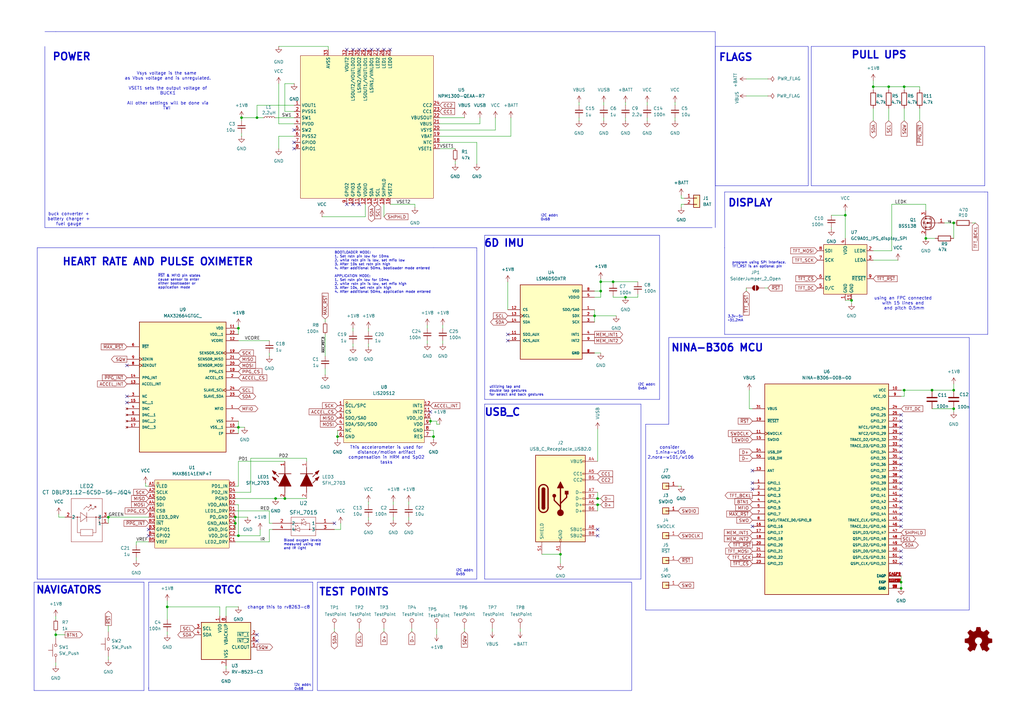
<source format=kicad_sch>
(kicad_sch (version 20250114) (generator "eeschema") (generator_version "9.0")
  (paper "A3")
  (title_block (title "MakerWatch") (date "2025-06-17") (rev "0.2") (company "https://github.com/atiaisaac/MakerWatch") (comment 1 "Designed by: Isaac Atia-Abugbilla"))
  (rectangle (start 130.175 238.76) (end 259.08 283.21))
  (text "3.3v-5v\n~31.2mA" (at 298.45 132.08 0) (effects (font (size 1 1)) (justify left bottom)))
  (text "NAVIGATORS" (at 14.605 243.84 0) (effects (font (size 3 3) (thickness 0.6) (bold yes)) (justify left bottom)))
  (text "change this to rv8263-c8" (at 114.3 249.174 0) (effects (font (size 1.27 1.27))))
  (text "RTCC" (at 99.568 243.84 0) (effects (font (size 3 3) (thickness 0.6) (bold yes)) (justify right bottom)))
  (text "~{RST} & MFIO pin states\ncause sensor to enter\neither bootloader or\napplication mode" (at 64.77 118.618 0) (effects (font (size 1 1)) (justify left bottom)))
  (text "utilizing tap and \ndouble tap gestures \nfor select and back gestures" (at 200.66 162.56 0) (effects (font (size 1 1)) (justify left bottom)))
  (text "DISPLAY" (at 298.45 85.09 0) (effects (font (size 3 3) (thickness 0.6) (bold yes)) (justify left bottom)))
  (text "This accelerometer is used for\ndistance/motion artifact\ncompensation in HRM and SpO2\ntasks" (at 158.496 186.69 0) (effects (font (size 1.27 1.27))))
  (text "using an FPC connected \nwith 15 lines and \nand pitch 0.5mm" (at 370.84 124.46 0) (effects (font (size 1.27 1.27))))
  (text "i2c addr:\n0x68" (at 120.65 283.21 0) (effects (font (size 1 1)) (justify left bottom)))
  (text "program using SPI interface. \nTFT_RST is an optional pin" (at 300.228 109.982 0) (effects (font (size 1 1)) (justify left bottom)))
  (text "consider \n1.nina-w106\n2.nora-w101/w106" (at 275.082 185.674 0) (effects (font (size 1.27 1.27))))
  (text "I2C addr:\n0x6A\n" (at 261.62 160.02 0) (effects (font (size 1 1)) (justify left bottom)))
  (text "USB_C\n" (at 213.614 170.942 0) (effects (font (size 3 3) (thickness 0.6) (bold yes)) (justify right bottom)))
  (text "Blood oxygen levels \nmeasured using red \nand IR light" (at 116.332 225.552 0) (effects (font (size 1 1)) (justify left bottom)))
  (text "HEART RATE AND PULSE OXIMETER" (at 25.4 109.22 0) (effects (font (size 3 3) (thickness 0.6) (bold yes)) (justify left bottom)))
  (text "buck converter +\nbattery charger +\nfuel gauge" (at 28.194 89.916 0) (effects (font (size 1.27 1.27))))
  (text "POWER" (at 21.336 25.146 0) (effects (font (size 3 3) (thickness 0.6) (bold yes)) (justify left bottom)))
  (text "6D IMU" (at 198.374 101.6 0) (effects (font (size 3 3) (thickness 0.6) (bold yes)) (justify left bottom)))
  (text "FLAGS" (at 294.64 25.4 0) (effects (font (size 3 3) (thickness 0.6) (bold yes)) (justify left bottom)))
  (text "BOOTLOADER MODE:\n1. Set rstn pin low for 10ms\n2. while rstn pin is low, set mfio low\n3. After 10s set rstn pin high\n4. After additional 50ms, bootloader mode entered\n\nAPPLICATION MODE:\n1. Set rstn pin low for 10ms\n2. while rstn pin is low, set mfio high\n3. After 10s, set rstn pin high\n4. After additional 50ms, application mode entered" (at 137.16 120.396 0) (effects (font (size 1 1)) (justify left bottom)))
  (text "TEST POINTS" (at 159.766 244.602 0) (effects (font (size 3 3) (thickness 0.6) (bold yes)) (justify right bottom)))
  (text "PULL UPS\n" (at 348.996 24.384 0) (effects (font (size 3 3) (thickness 0.6) (bold yes)) (justify left bottom)))
  (text "Vsys voltage is the same \nas Vbus voltage and is unregulated.\n\nVSET1 sets the output voltage of\nBUCK1\n\nAll other settings will be done via\nTWI " (at 68.834 37.338 0) (effects (font (size 1.27 1.27))))
  (text "I2C addr:\n0x55" (at 186.944 236.22 0) (effects (font (size 1 1)) (justify left bottom)))
  (text "NINA-B306 MCU" (at 275.082 144.526 0) (effects (font (size 3 3) (thickness 0.6) (bold yes)) (justify left bottom)))
  (text "I2C addr:\n0x6B\n" (at 221.742 90.678 0) (effects (font (size 1 1)) (justify left bottom)))
  (junction (at 369.57 238.76))
  (junction (at 245.11 204.47))
  (junction (at 116.84 204.47))
  (junction (at 229.87 227.33))
  (junction (at 382.27 160.02))
  (junction (at 96.52 214.63))
  (junction (at 105.41 48.26))
  (junction (at 97.79 219.71))
  (junction (at 176.53 172.72))
  (junction (at 349.25 123.19))
  (junction (at 113.03 204.47))
  (junction (at 256.54 121.92))
  (junction (at 97.79 134.62))
  (junction (at 22.86 260.35))
  (junction (at 391.16 91.44))
  (junction (at 97.79 175.26))
  (junction (at 246.38 119.38))
  (junction (at 370.84 35.56))
  (junction (at 369.57 241.3))
  (junction (at 246.38 115.57))
  (junction (at 391.16 160.02))
  (junction (at 44.45 212.09))
  (junction (at 358.14 35.56))
  (junction (at 364.49 35.56))
  (junction (at 370.84 160.02))
  (junction (at 138.43 179.07))
  (junction (at 99.06 48.26))
  (junction (at 391.16 167.64))
  (junction (at 68.58 248.92))
  (junction (at 379.73 97.79))
  (junction (at 177.8 179.07))
  (junction (at 251.46 115.57))
  (junction (at 243.84 129.54))
  (junction (at 346.71 88.265))
  (junction (at 245.11 207.01))
  (junction (at 96.52 212.09))
  (no_connect (at 369.57 215.9))
  (no_connect (at 369.57 175.26))
  (no_connect (at 152.4 20.32))
  (no_connect (at 144.78 20.32))
  (no_connect (at 369.57 205.74))
  (no_connect (at 369.57 190.5))
  (no_connect (at 120.65 53.34))
  (no_connect (at 308.61 193.04))
  (no_connect (at 308.61 215.9))
  (no_connect (at 144.78 83.82))
  (no_connect (at 52.07 165.1))
  (no_connect (at 369.57 210.82))
  (no_connect (at 369.57 182.88))
  (no_connect (at 142.24 83.82))
  (no_connect (at 369.57 172.72))
  (no_connect (at 369.57 193.04))
  (no_connect (at 137.16 214.63))
  (no_connect (at 369.57 195.58))
  (no_connect (at 308.61 200.66))
  (no_connect (at 105.41 262.89))
  (no_connect (at 369.57 180.34))
  (no_connect (at 369.57 185.42))
  (no_connect (at 149.86 20.32))
  (no_connect (at 369.57 228.6))
  (no_connect (at 369.57 231.14))
  (no_connect (at 245.11 219.71))
  (no_connect (at 369.57 213.36))
  (no_connect (at 369.57 200.66))
  (no_connect (at 52.07 149.86))
  (no_connect (at 208.28 139.7))
  (no_connect (at 208.28 137.16))
  (no_connect (at 154.94 20.32))
  (no_connect (at 142.24 20.32))
  (no_connect (at 369.57 177.8))
  (no_connect (at 147.32 20.32))
  (no_connect (at 60.96 217.17))
  (no_connect (at 120.65 60.96))
  (no_connect (at 160.02 20.32))
  (no_connect (at 105.41 260.35))
  (no_connect (at 369.57 187.96))
  (no_connect (at 369.57 203.2))
  (no_connect (at 120.65 58.42))
  (no_connect (at 176.53 168.91))
  (no_connect (at 369.57 198.12))
  (no_connect (at 369.57 226.06))
  (no_connect (at 369.57 170.18))
  (no_connect (at 60.96 219.71))
  (no_connect (at 369.57 208.28))
  (no_connect (at 52.07 162.56))
  (no_connect (at 245.11 217.17))
  (no_connect (at 308.61 198.12))
  (no_connect (at 147.32 83.82))
  (no_connect (at 157.48 20.32))
  (wire (pts (xy 346.71 86.36) (xy 346.71 88.265)))
  (wire (pts (xy 306.07 118.11) (xy 306.07 119.38)))
  (wire (pts (xy 387.35 91.44) (xy 391.16 91.44)))
  (wire (pts (xy 306.07 39.37) (xy 314.96 39.37)))
  (wire (pts (xy 96.52 201.93) (xy 102.87 201.93)))
  (wire (pts (xy 114.3 55.88) (xy 120.65 55.88)))
  (wire (pts (xy 59.69 198.12) (xy 59.69 199.39)))
  (wire (pts (xy 256.54 41.91) (xy 256.54 43.18)))
  (wire (pts (xy 179.07 173.99) (xy 179.07 172.72)))
  (wire (pts (xy 370.84 160.02) (xy 370.84 162.56)))
  (polyline (pts (xy 262.89 165.735) (xy 262.89 237.49)))
  (wire (pts (xy 370.84 44.45) (xy 370.84 49.53)))
  (wire (pts (xy 307.34 167.64) (xy 308.61 167.64)))
  (wire (pts (xy 137.16 257.81) (xy 137.16 259.08)))
  (wire (pts (xy 96.52 222.25) (xy 110.49 222.25)))
  (polyline (pts (xy 198.755 96.52) (xy 270.51 96.52)))
  (polyline (pts (xy 198.755 163.83) (xy 270.51 163.83)))
  (wire (pts (xy 377.19 35.56) (xy 370.84 35.56)))
  (polyline (pts (xy 274.32 173.99) (xy 264.795 173.99)))
  (wire (pts (xy 369.57 162.56) (xy 370.84 162.56)))
  (polyline (pts (xy 60.96 283.21) (xy 60.96 281.94)))
  (wire (pts (xy 365.76 83.82) (xy 379.73 83.82)))
  (wire (pts (xy 196.85 50.8) (xy 196.85 48.26)))
  (polyline (pts (xy 195.58 237.49) (xy 195.58 102.87)))
  (wire (pts (xy 96.52 199.39) (xy 97.79 199.39)))
  (wire (pts (xy 358.14 106.68) (xy 368.3 106.68)))
  (wire (pts (xy 229.87 227.33) (xy 229.87 231.14)))
  (wire (pts (xy 222.25 227.33) (xy 229.87 227.33)))
  (wire (pts (xy 306.07 32.385) (xy 314.96 32.385)))
  (wire (pts (xy 364.49 44.45) (xy 364.49 49.53)))
  (wire (pts (xy 133.35 130.81) (xy 133.35 132.08)))
  (wire (pts (xy 213.36 257.81) (xy 213.36 259.08)))
  (polyline (pts (xy 332.74 19.05) (xy 332.74 76.2)))
  (wire (pts (xy 190.5 257.81) (xy 190.5 259.08)))
  (polyline (pts (xy 198.755 165.735) (xy 262.89 165.735)))
  (wire (pts (xy 97.79 207.01) (xy 97.79 219.71)))
  (wire (pts (xy 280.67 81.28) (xy 279.4 81.28)))
  (wire (pts (xy 245.11 204.47) (xy 246.38 204.47)))
  (polyline (pts (xy 297.18 101.6) (xy 297.18 137.16)))
  (wire (pts (xy 99.06 54.61) (xy 99.06 55.88)))
  (wire (pts (xy 177.8 176.53) (xy 176.53 176.53)))
  (polyline (pts (xy 331.47 19.05) (xy 293.37 19.05)))
  (wire (pts (xy 97.79 133.35) (xy 97.79 134.62)))
  (polyline (pts (xy 405.13 78.74) (xy 405.13 137.16)))
  (polyline (pts (xy 270.51 163.83) (xy 270.51 96.52)))
  (wire (pts (xy 96.52 212.09) (xy 96.52 214.63)))
  (wire (pts (xy 279.4 85.09) (xy 279.4 83.82)))
  (wire (pts (xy 246.38 115.57) (xy 251.46 115.57)))
  (wire (pts (xy 44.45 212.09) (xy 60.96 212.09)))
  (wire (pts (xy 144.78 140.97) (xy 144.78 142.24)))
  (wire (pts (xy 243.84 121.92) (xy 246.38 121.92)))
  (wire (pts (xy 358.14 35.56) (xy 358.14 36.83)))
  (wire (pts (xy 24.13 212.09) (xy 24.13 210.82)))
  (wire (pts (xy 59.69 199.39) (xy 60.96 199.39)))
  (wire (pts (xy 278.13 199.39) (xy 279.4 199.39)))
  (wire (pts (xy 179.07 172.72) (xy 176.53 172.72)))
  (polyline (pts (xy 18.415 12.954) (xy 22.86 12.954)))
  (wire (pts (xy 247.65 41.91) (xy 247.65 43.18)))
  (polyline (pts (xy 13.97 238.76) (xy 59.055 238.76)))
  (wire (pts (xy 176.53 171.45) (xy 176.53 172.72)))
  (wire (pts (xy 97.79 175.26) (xy 97.79 177.8)))
  (wire (pts (xy 55.88 222.25) (xy 60.96 222.25)))
  (wire (pts (xy 151.13 212.09) (xy 151.13 213.36)))
  (wire (pts (xy 265.43 41.91) (xy 265.43 43.18)))
  (polyline (pts (xy 331.47 76.2) (xy 331.47 19.05)))
  (wire (pts (xy 22.86 260.35) (xy 26.67 260.35)))
  (wire (pts (xy 369.57 238.76) (xy 369.57 241.3)))
  (wire (pts (xy 176.53 172.72) (xy 176.53 173.99)))
  (wire (pts (xy 44.45 270.51) (xy 44.45 269.24)))
  (polyline (pts (xy 274.32 138.43) (xy 274.32 173.99)))
  (wire (pts (xy 105.41 48.26) (xy 107.95 48.26)))
  (wire (pts (xy 96.52 204.47) (xy 113.03 204.47)))
  (polyline (pts (xy 264.795 173.99) (xy 264.795 250.19)))
  (polyline (pts (xy 195.58 101.6) (xy 195.58 102.87)))
  (wire (pts (xy 110.49 214.63) (xy 110.49 209.55)))
  (polyline (pts (xy 274.32 138.43) (xy 397.51 138.43)))
  (wire (pts (xy 22.86 260.35) (xy 22.86 261.62)))
  (wire (pts (xy 251.46 121.92) (xy 256.54 121.92)))
  (wire (pts (xy 237.49 48.26) (xy 237.49 49.53)))
  (polyline (pts (xy 403.86 78.74) (xy 405.13 78.74)))
  (wire (pts (xy 201.93 257.81) (xy 201.93 259.08)))
  (polyline (pts (xy 293.37 19.05) (xy 293.37 20.32)))
  (wire (pts (xy 114.3 60.96) (xy 114.3 55.88)))
  (wire (pts (xy 177.8 180.34) (xy 177.8 179.07)))
  (polyline (pts (xy 403.86 78.74) (xy 297.18 78.74)))
  (wire (pts (xy 180.34 58.42) (xy 195.58 58.42)))
  (wire (pts (xy 105.41 43.18) (xy 105.41 48.26)))
  (wire (pts (xy 365.76 102.87) (xy 365.76 83.82)))
  (wire (pts (xy 261.62 121.92) (xy 261.62 120.65)))
  (wire (pts (xy 251.46 121.92) (xy 251.46 121.285)))
  (wire (pts (xy 180.34 48.26) (xy 190.5 48.26)))
  (wire (pts (xy 203.2 53.34) (xy 203.2 48.26)))
  (wire (pts (xy 92.71 248.92) (xy 97.79 248.92)))
  (polyline (pts (xy 13.97 238.76) (xy 13.97 283.21)))
  (polyline (pts (xy 264.795 250.19) (xy 397.51 250.19)))
  (wire (pts (xy 22.86 252.73) (xy 22.86 254)))
  (wire (pts (xy 99.06 48.26) (xy 105.41 48.26)))
  (wire (pts (xy 68.58 248.92) (xy 68.58 254)))
  (wire (pts (xy 120.65 50.8) (xy 114.3 50.8)))
  (wire (pts (xy 243.84 127) (xy 243.84 129.54)))
  (wire (pts (xy 186.69 66.04) (xy 186.69 67.31)))
  (wire (pts (xy 161.29 212.09) (xy 161.29 213.36)))
  (wire (pts (xy 251.46 116.205) (xy 251.46 115.57)))
  (wire (pts (xy 110.49 209.55) (xy 96.52 209.55)))
  (wire (pts (xy 55.88 228.6) (xy 55.88 229.87)))
  (wire (pts (xy 151.13 140.97) (xy 151.13 142.24)))
  (wire (pts (xy 22.86 273.05) (xy 22.86 271.78)))
  (wire (pts (xy 97.79 199.39) (xy 97.79 189.23)))
  (wire (pts (xy 144.78 134.62) (xy 144.78 135.89)))
  (wire (pts (xy 307.34 160.02) (xy 307.34 167.64)))
  (polyline (pts (xy 177.8 101.6) (xy 195.58 101.6)))
  (wire (pts (xy 97.79 189.23) (xy 116.84 189.23)))
  (wire (pts (xy 379.73 96.52) (xy 379.73 97.79)))
  (wire (pts (xy 369.57 160.02) (xy 370.84 160.02)))
  (polyline (pts (xy 293.37 12.954) (xy 293.37 93.345)))
  (wire (pts (xy 137.16 217.17) (xy 139.7 217.17)))
  (wire (pts (xy 391.16 91.44) (xy 391.16 97.79)))
  (wire (pts (xy 138.43 179.07) (xy 138.43 180.34)))
  (polyline (pts (xy 128.27 238.76) (xy 60.96 238.76)))
  (wire (pts (xy 24.13 212.09) (xy 26.67 212.09)))
  (wire (pts (xy 358.14 35.56) (xy 364.49 35.56)))
  (wire (pts (xy 116.84 204.47) (xy 125.73 204.47)))
  (polyline (pts (xy 13.97 283.21) (xy 59.055 283.21)))
  (wire (pts (xy 92.71 273.05) (xy 92.71 274.32)))
  (wire (pts (xy 180.34 173.99) (xy 179.07 173.99)))
  (wire (pts (xy 398.78 91.44) (xy 400.05 91.44)))
  (wire (pts (xy 149.86 88.9) (xy 149.86 83.82)))
  (wire (pts (xy 170.18 83.82) (xy 170.18 85.09)))
  (wire (pts (xy 379.73 97.79) (xy 383.54 97.79)))
  (wire (pts (xy 251.46 115.57) (xy 261.62 115.57)))
  (wire (pts (xy 245.11 201.93) (xy 245.11 204.47)))
  (wire (pts (xy 96.52 214.63) (xy 96.52 217.17)))
  (wire (pts (xy 243.84 129.54) (xy 243.84 132.08)))
  (wire (pts (xy 90.17 248.92) (xy 90.17 252.73)))
  (wire (pts (xy 243.84 129.54) (xy 252.73 129.54)))
  (wire (pts (xy 168.91 257.81) (xy 168.91 259.08)))
  (wire (pts (xy 99.06 49.53) (xy 99.06 48.26)))
  (wire (pts (xy 175.26 133.35) (xy 175.26 134.62)))
  (wire (pts (xy 132.08 88.9) (xy 149.86 88.9)))
  (wire (pts (xy 96.52 212.09) (xy 101.6 212.09)))
  (polyline (pts (xy 332.74 76.2) (xy 403.86 76.2)))
  (wire (pts (xy 195.58 58.42) (xy 195.58 67.31)))
  (wire (pts (xy 279.4 83.82) (xy 280.67 83.82)))
  (wire (pts (xy 147.32 257.81) (xy 147.32 259.08)))
  (polyline (pts (xy 403.86 76.2) (xy 403.86 19.05)))
  (wire (pts (xy 382.27 167.64) (xy 391.16 167.64)))
  (wire (pts (xy 106.68 219.71) (xy 97.79 219.71)))
  (wire (pts (xy 110.49 222.25) (xy 110.49 217.17)))
  (wire (pts (xy 134.62 19.05) (xy 134.62 20.32)))
  (wire (pts (xy 176.53 179.07) (xy 177.8 179.07)))
  (wire (pts (xy 209.55 48.26) (xy 209.55 55.88)))
  (wire (pts (xy 180.34 60.96) (xy 186.69 60.96)))
  (wire (pts (xy 340.995 93.345) (xy 340.995 93.98)))
  (wire (pts (xy 139.7 217.17) (xy 139.7 214.63)))
  (wire (pts (xy 246.38 115.57) (xy 246.38 114.3)))
  (polyline (pts (xy 293.37 19.05) (xy 293.37 76.2)))
  (wire (pts (xy 256.54 48.26) (xy 256.54 49.53)))
  (wire (pts (xy 358.14 33.02) (xy 358.14 35.56)))
  (wire (pts (xy 349.25 123.19) (xy 349.25 124.46)))
  (wire (pts (xy 113.03 48.26) (xy 120.65 48.26)))
  (wire (pts (xy 120.65 43.18) (xy 105.41 43.18)))
  (polyline (pts (xy 198.755 237.49) (xy 262.89 237.49)))
  (wire (pts (xy 346.71 123.19) (xy 349.25 123.19)))
  (wire (pts (xy 358.14 44.45) (xy 358.14 49.53)))
  (wire (pts (xy 110.49 214.63) (xy 111.76 214.63)))
  (polyline (pts (xy 198.755 96.52) (xy 198.755 163.83)))
  (wire (pts (xy 157.48 257.81) (xy 157.48 259.08)))
  (polyline (pts (xy 22.86 12.954) (xy 293.37 12.954)))
  (polyline (pts (xy 128.27 283.21) (xy 60.96 283.21)))
  (wire (pts (xy 110.49 217.17) (xy 111.76 217.17)))
  (wire (pts (xy 102.87 201.93) (xy 102.87 187.96)))
  (wire (pts (xy 68.58 246.38) (xy 68.58 248.92)))
  (wire (pts (xy 369.57 236.22) (xy 369.57 238.76)))
  (wire (pts (xy 177.8 179.07) (xy 177.8 176.53)))
  (wire (pts (xy 97.79 219.71) (xy 96.52 219.71)))
  (wire (pts (xy 160.02 83.82) (xy 170.18 83.82)))
  (polyline (pts (xy 59.055 283.21) (xy 59.055 238.76)))
  (wire (pts (xy 245.11 207.01) (xy 245.11 209.55)))
  (wire (pts (xy 377.19 44.45) (xy 377.19 49.53)))
  (wire (pts (xy 151.13 134.62) (xy 151.13 135.89)))
  (polyline (pts (xy 15.24 101.6) (xy 177.8 101.6)))
  (wire (pts (xy 97.79 134.62) (xy 97.79 137.16)))
  (wire (pts (xy 133.35 137.16) (xy 133.35 146.05)))
  (wire (pts (xy 133.35 151.13) (xy 133.35 153.67)))
  (wire (pts (xy 180.34 50.8) (xy 196.85 50.8)))
  (wire (pts (xy 246.38 121.92) (xy 246.38 119.38)))
  (wire (pts (xy 181.61 133.35) (xy 181.61 134.62)))
  (wire (pts (xy 116.84 34.29) (xy 116.84 45.72)))
  (polyline (pts (xy 297.18 101.6) (xy 297.18 101.6)))
  (polyline (pts (xy 293.37 76.2) (xy 331.47 76.2)))
  (wire (pts (xy 245.11 207.01) (xy 246.38 207.01)))
  (wire (pts (xy 110.49 144.78) (xy 110.49 146.05)))
  (wire (pts (xy 167.64 205.74) (xy 167.64 207.01)))
  (wire (pts (xy 138.43 176.53) (xy 138.43 179.07)))
  (wire (pts (xy 120.65 34.29) (xy 116.84 34.29)))
  (wire (pts (xy 245.11 175.895) (xy 245.11 189.23)))
  (polyline (pts (xy 195.58 237.49) (xy 15.24 237.49)))
  (wire (pts (xy 55.88 223.52) (xy 55.88 222.25)))
  (wire (pts (xy 68.58 248.92) (xy 90.17 248.92)))
  (wire (pts (xy 116.84 204.47) (xy 113.03 204.47)))
  (polyline (pts (xy 397.51 250.19) (xy 397.51 138.43)))
  (wire (pts (xy 246.38 144.78) (xy 243.84 144.78)))
  (wire (pts (xy 208.28 127) (xy 208.28 115.57)))
  (wire (pts (xy 382.27 160.02) (xy 391.16 160.02)))
  (polyline (pts (xy 292.1 93.345) (xy 18.415 93.345)))
  (wire (pts (xy 391.16 157.48) (xy 391.16 160.02)))
  (wire (pts (xy 237.49 41.91) (xy 237.49 43.18)))
  (wire (pts (xy 68.58 259.08) (xy 68.58 260.35)))
  (wire (pts (xy 209.55 55.88) (xy 180.34 55.88)))
  (wire (pts (xy 265.43 48.26) (xy 265.43 49.53)))
  (polyline (pts (xy 128.27 240.03) (xy 128.27 238.76)))
  (wire (pts (xy 377.19 36.83) (xy 377.19 35.56)))
  (wire (pts (xy 256.54 121.92) (xy 261.62 121.92)))
  (wire (pts (xy 180.34 53.34) (xy 203.2 53.34)))
  (wire (pts (xy 276.86 41.91) (xy 276.86 43.18)))
  (wire (pts (xy 114.3 19.05) (xy 134.62 19.05)))
  (wire (pts (xy 313.69 118.11) (xy 314.96 118.11)))
  (wire (pts (xy 96.52 207.01) (xy 97.79 207.01)))
  (wire (pts (xy 44.45 212.09) (xy 44.45 214.63)))
  (wire (pts (xy 114.3 50.8) (xy 114.3 34.29)))
  (polyline (pts (xy 297.18 137.16) (xy 405.13 137.16)))
  (wire (pts (xy 370.84 35.56) (xy 370.84 36.83)))
  (polyline (pts (xy 128.27 240.03) (xy 128.27 283.21)))
  (wire (pts (xy 151.13 205.74) (xy 151.13 207.01)))
  (wire (pts (xy 391.16 167.64) (xy 391.16 168.91)))
  (wire (pts (xy 364.49 35.56) (xy 370.84 35.56)))
  (wire (pts (xy 125.73 187.96) (xy 125.73 189.23)))
  (polyline (pts (xy 332.74 19.05) (xy 403.86 19.05)))
  (polyline (pts (xy 198.755 237.49) (xy 198.755 165.735)))
  (wire (pts (xy 179.07 257.81) (xy 179.07 260.35)))
  (wire (pts (xy 106.68 217.17) (xy 106.68 219.71)))
  (wire (pts (xy 116.84 45.72) (xy 120.65 45.72)))
  (polyline (pts (xy 60.96 238.76) (xy 60.96 240.03)))
  (wire (pts (xy 175.26 139.7) (xy 175.26 140.97)))
  (wire (pts (xy 181.61 139.7) (xy 181.61 140.97)))
  (wire (pts (xy 92.71 248.92) (xy 92.71 252.73)))
  (wire (pts (xy 346.71 88.265) (xy 346.71 97.79)))
  (wire (pts (xy 97.79 175.26) (xy 100.33 175.26)))
  (polyline (pts (xy 297.18 78.74) (xy 297.18 101.6)))
  (polyline (pts (xy 18.415 19.05) (xy 18.415 93.345)))
  (wire (pts (xy 44.45 256.54) (xy 44.45 259.08)))
  (wire (pts (xy 364.49 35.56) (xy 364.49 36.83)))
  (wire (pts (xy 246.38 119.38) (xy 246.38 115.57)))
  (wire (pts (xy 22.86 259.08) (xy 22.86 260.35)))
  (wire (pts (xy 161.29 205.74) (xy 161.29 207.01)))
  (wire (pts (xy 276.86 48.26) (xy 276.86 49.53)))
  (wire (pts (xy 157.48 88.9) (xy 157.48 83.82)))
  (wire (pts (xy 370.84 160.02) (xy 382.27 160.02)))
  (wire (pts (xy 97.79 139.7) (xy 110.49 139.7)))
  (wire (pts (xy 167.64 212.09) (xy 167.64 213.36)))
  (wire (pts (xy 358.14 102.87) (xy 365.76 102.87)))
  (wire (pts (xy 379.73 83.82) (xy 379.73 86.36)))
  (wire (pts (xy 279.4 81.28) (xy 279.4 80.01)))
  (wire (pts (xy 340.995 88.265) (xy 346.71 88.265)))
  (wire (pts (xy 97.79 172.72) (xy 97.79 175.26)))
  (wire (pts (xy 243.84 119.38) (xy 246.38 119.38)))
  (polyline (pts (xy 60.96 240.03) (xy 60.96 282.575)))
  (wire (pts (xy 247.65 48.26) (xy 247.65 49.53)))
  (wire (pts (xy 102.87 187.96) (xy 125.73 187.96)))
  (polyline (pts (xy 15.24 101.6) (xy 15.24 237.49)))
  (label "~{MAX_RST_0}" (at 133.35 144.78 90) (effects (font (size 0.8 0.8) (italic yes))))
  (label "LEDK" (at 367.03 83.82 0))
  (label "PD1" (at 97.79 189.23 0))
  (label "VSET2" (at 162.56 83.82 0))
  (label "VREF" (at 55.88 222.25 0))
  (label "PD2" (at 114.3 187.96 0))
  (label "SW1" (at 115.57 48.26 0))
  (label "Vg" (at 388.62 91.44 0) (effects (font (size 0.8 0.8) (italic yes))))
  (label "VSET1" (at 180.34 60.96 0))
  (label "GREEN" (at 44.45 212.09 0))
  (label "VCORE" (at 100.33 139.7 0))
  (label "IR" (at 106.68 222.25 0))
  (label "RED" (at 106.68 209.55 0))
  (global_label "SDA" (shape bidirectional) (at 97.79 162.56 0) (property "Intersheetrefs" "${INTERSHEET_REFS}" (effects (hide yes))))
  (global_label "BTN1" (shape output) (at 26.67 260.35 0) (property "Intersheetrefs" "${INTERSHEET_REFS}" (effects (hide yes))))
  (global_label "SQW" (shape input) (at 370.84 49.53 270) (property "Intersheetrefs" "${INTERSHEET_REFS}" (effects (hide yes))))
  (global_label "SWO" (shape input) (at 308.61 213.36 180) (property "Intersheetrefs" "${INTERSHEET_REFS}" (effects (hide yes))))
  (global_label "SCK" (shape input) (at 60.96 201.93 180) (property "Intersheetrefs" "${INTERSHEET_REFS}" (effects (hide yes))))
  (global_label "~{PPG_INT}" (shape input) (at 60.96 214.63 180) (property "Intersheetrefs" "${INTERSHEET_REFS}" (effects (hide yes))))
  (global_label "MOSI" (shape input) (at 138.43 173.99 180) (property "Intersheetrefs" "${INTERSHEET_REFS}" (effects (hide yes))))
  (global_label "SDA" (shape bidirectional) (at 208.28 132.08 180) (property "Intersheetrefs" "${INTERSHEET_REFS}" (effects (hide yes))))
  (global_label "SDA" (shape bidirectional) (at 358.14 49.53 270) (property "Intersheetrefs" "${INTERSHEET_REFS}" (effects (hide yes))))
  (global_label "~{MAX_RST}" (shape input) (at 133.35 130.81 90) (property "Intersheetrefs" "${INTERSHEET_REFS}" (effects (hide yes))))
  (global_label "~{TFT_CS}" (shape input) (at 335.28 114.3 180) (property "Intersheetrefs" "${INTERSHEET_REFS}" (effects (hide yes))))
  (global_label "ACCEL_INT" (shape input) (at 176.53 166.37 0) (property "Intersheetrefs" "${INTERSHEET_REFS}" (effects (hide yes))))
  (global_label "D-" (shape input) (at 308.61 187.96 180) (property "Intersheetrefs" "${INTERSHEET_REFS}" (effects (hide yes))))
  (global_label "MFIO" (shape input) (at 308.61 208.28 180) (property "Intersheetrefs" "${INTERSHEET_REFS}" (effects (hide yes))))
  (global_label "TFT_BCKL" (shape input) (at 400.05 91.44 270) (property "Intersheetrefs" "${INTERSHEET_REFS}" (effects (hide yes))))
  (global_label "SCL" (shape input) (at 97.79 160.02 0) (property "Intersheetrefs" "${INTERSHEET_REFS}" (effects (hide yes))))
  (global_label "SDA" (shape bidirectional) (at 369.57 223.52 0) (property "Intersheetrefs" "${INTERSHEET_REFS}" (effects (hide yes))))
  (global_label "SWDIO" (shape input) (at 308.61 180.34 180) (property "Intersheetrefs" "${INTERSHEET_REFS}" (effects (hide yes))))
  (global_label "~{RST}" (shape input) (at 278.13 229.87 0) (property "Intersheetrefs" "${INTERSHEET_REFS}" (effects (hide yes))))
  (global_label "SCK" (shape input) (at 97.79 144.78 0) (property "Intersheetrefs" "${INTERSHEET_REFS}" (effects (hide yes))))
  (global_label "TFT_SCK" (shape output) (at 308.61 228.6 180) (property "Intersheetrefs" "${INTERSHEET_REFS}" (effects (hide yes))))
  (global_label "SHPHLD" (shape input) (at 157.48 88.9 0) (property "Intersheetrefs" "${INTERSHEET_REFS}" (effects (hide yes))))
  (global_label "CC2" (shape input) (at 180.34 43.18 0) (property "Intersheetrefs" "${INTERSHEET_REFS}" (effects (hide yes))))
  (global_label "D-" (shape input) (at 168.91 259.08 270) (property "Intersheetrefs" "${INTERSHEET_REFS}" (effects (hide yes))))
  (global_label "SQW" (shape output) (at 105.41 265.43 0) (property "Intersheetrefs" "${INTERSHEET_REFS}" (effects (hide yes))))
  (global_label "BTN1" (shape input) (at 308.61 205.74 180) (property "Intersheetrefs" "${INTERSHEET_REFS}" (effects (hide yes))))
  (global_label "SDA" (shape bidirectional) (at 152.4 83.82 270) (property "Intersheetrefs" "${INTERSHEET_REFS}" (effects (hide yes))))
  (global_label "MISO" (shape input) (at 97.79 147.32 0) (property "Intersheetrefs" "${INTERSHEET_REFS}" (effects (hide yes))))
  (global_label "SCL" (shape input) (at 364.49 49.53 270) (property "Intersheetrefs" "${INTERSHEET_REFS}" (effects (hide yes))))
  (global_label "PPG_CS" (shape input) (at 60.96 209.55 180) (property "Intersheetrefs" "${INTERSHEET_REFS}" (effects (hide yes))))
  (global_label "TFT_DC" (shape input) (at 369.57 167.64 0) (property "Intersheetrefs" "${INTERSHEET_REFS}" (effects (hide yes))))
  (global_label "MISO" (shape input) (at 60.96 204.47 180) (property "Intersheetrefs" "${INTERSHEET_REFS}" (effects (hide yes))))
  (global_label "TFT_MOSI" (shape input) (at 308.61 226.06 180) (property "Intersheetrefs" "${INTERSHEET_REFS}" (effects (hide yes))))
  (global_label "~{MAX_RST}" (shape input) (at 308.61 210.82 180) (property "Intersheetrefs" "${INTERSHEET_REFS}" (effects (hide yes))))
  (global_label "SCL" (shape input) (at 147.32 259.08 270) (property "Intersheetrefs" "${INTERSHEET_REFS}" (effects (hide yes))))
  (global_label "ACCEL_CS" (shape input) (at 97.79 154.94 0) (property "Intersheetrefs" "${INTERSHEET_REFS}" (effects (hide yes))))
  (global_label "SQW" (shape output) (at 52.07 147.32 180) (property "Intersheetrefs" "${INTERSHEET_REFS}" (effects (hide yes))))
  (global_label "MOSI" (shape input) (at 97.79 149.86 0) (property "Intersheetrefs" "${INTERSHEET_REFS}" (effects (hide yes))))
  (global_label "~{MAX_RST}" (shape input) (at 52.07 142.24 180) (property "Intersheetrefs" "${INTERSHEET_REFS}" (effects (hide yes))))
  (global_label "ACCEL_INT" (shape input) (at 52.07 157.48 180) (property "Intersheetrefs" "${INTERSHEET_REFS}" (effects (hide yes))))
  (global_label "SWDCLK" (shape input) (at 278.13 219.71 0) (property "Intersheetrefs" "${INTERSHEET_REFS}" (effects (hide yes))))
  (global_label "TFT_MOSI" (shape input) (at 335.28 102.87 180) (property "Intersheetrefs" "${INTERSHEET_REFS}" (effects (hide yes))))
  (global_label "D+" (shape input) (at 308.61 185.42 180) (property "Intersheetrefs" "${INTERSHEET_REFS}" (effects (hide yes))))
  (global_label "SCL" (shape output) (at 369.57 220.98 0) (property "Intersheetrefs" "${INTERSHEET_REFS}" (effects (hide yes))))
  (global_label "SCK" (shape input) (at 138.43 166.37 180) (property "Intersheetrefs" "${INTERSHEET_REFS}" (effects (hide yes))))
  (global_label "MFIO" (shape bidirectional) (at 97.79 167.64 0) (property "Intersheetrefs" "${INTERSHEET_REFS}" (effects (hide yes))))
  (global_label "~{RST}" (shape input) (at 308.61 172.72 180) (property "Intersheetrefs" "${INTERSHEET_REFS}" (effects (hide yes))))
  (global_label "SQW" (shape input) (at 190.5 259.08 270) (property "Intersheetrefs" "${INTERSHEET_REFS}" (effects (hide yes))))
  (global_label "SDA" (shape bidirectional) (at 80.01 260.35 180) (property "Intersheetrefs" "${INTERSHEET_REFS}" (effects (hide yes))))
  (global_label "~{RST}" (shape input) (at 314.96 118.11 0) (property "Intersheetrefs" "${INTERSHEET_REFS}" (effects (hide yes))))
  (global_label "D-" (shape input) (at 246.38 204.47 0) (property "Intersheetrefs" "${INTERSHEET_REFS}" (effects (hide yes))))
  (global_label "D+" (shape input) (at 246.38 207.01 0) (property "Intersheetrefs" "${INTERSHEET_REFS}" (effects (hide yes))))
  (global_label "SHPHLD" (shape input) (at 369.57 218.44 0) (property "Intersheetrefs" "${INTERSHEET_REFS}" (effects (hide yes))))
  (global_label "TFT_DC" (shape input) (at 335.28 118.11 180) (property "Intersheetrefs" "${INTERSHEET_REFS}" (effects (hide yes))))
  (global_label "TFT_SCK" (shape input) (at 335.28 106.68 180) (property "Intersheetrefs" "${INTERSHEET_REFS}" (effects (hide yes))))
  (global_label "SCL" (shape input) (at 208.28 129.54 180) (property "Intersheetrefs" "${INTERSHEET_REFS}" (effects (hide yes))))
  (global_label "MEM_INT2" (shape input) (at 308.61 220.98 180) (property "Intersheetrefs" "${INTERSHEET_REFS}" (effects (hide yes))))
  (global_label "CC2" (shape input) (at 245.11 196.85 0) (property "Intersheetrefs" "${INTERSHEET_REFS}" (effects (hide yes))))
  (global_label "~{PPG_INT}" (shape input) (at 377.19 49.53 270) (property "Intersheetrefs" "${INTERSHEET_REFS}" (effects (hide yes))))
  (global_label "SWDIO" (shape input) (at 278.13 209.55 0) (property "Intersheetrefs" "${INTERSHEET_REFS}" (effects (hide yes))))
  (global_label "CC1" (shape input) (at 245.11 194.31 0) (property "Intersheetrefs" "${INTERSHEET_REFS}" (effects (hide yes))))
  (global_label "MEM_INT2" (shape output) (at 243.84 139.7 0) (property "Intersheetrefs" "${INTERSHEET_REFS}" (effects (hide yes))))
  (global_label "TFT_BCKL" (shape output) (at 308.61 203.2 180) (property "Intersheetrefs" "${INTERSHEET_REFS}" (effects (hide yes))))
  (global_label "~{TFT_RST}" (shape output) (at 308.61 223.52 180) (property "Intersheetrefs" "${INTERSHEET_REFS}" (effects (hide yes))))
  (global_label "PPG_CS" (shape input) (at 97.79 152.4 0) (property "Intersheetrefs" "${INTERSHEET_REFS}" (effects (hide yes))))
  (global_label "~{PPG_INT}" (shape input) (at 52.07 154.94 180) (property "Intersheetrefs" "${INTERSHEET_REFS}" (effects (hide yes))))
  (global_label "SDA" (shape bidirectional) (at 137.16 259.08 270) (property "Intersheetrefs" "${INTERSHEET_REFS}" (effects (hide yes))))
  (global_label "~{TFT_RST}" (shape input) (at 358.14 114.3 0) (property "Intersheetrefs" "${INTERSHEET_REFS}" (effects (hide yes))))
  (global_label "~{TFT_RST}" (shape input) (at 306.07 119.38 270) (property "Intersheetrefs" "${INTERSHEET_REFS}" (effects (hide yes))))
  (global_label "MISO" (shape input) (at 138.43 171.45 180) (property "Intersheetrefs" "${INTERSHEET_REFS}" (effects (hide yes))))
  (global_label "SCL" (shape input) (at 154.94 83.82 270) (property "Intersheetrefs" "${INTERSHEET_REFS}" (effects (hide yes))))
  (global_label "SWO" (shape input) (at 278.13 240.03 0) (property "Intersheetrefs" "${INTERSHEET_REFS}" (effects (hide yes))))
  (global_label "SCL" (shape input) (at 80.01 257.81 180) (property "Intersheetrefs" "${INTERSHEET_REFS}" (effects (hide yes))))
  (global_label "~{RST}" (shape output) (at 44.45 256.54 90) (property "Intersheetrefs" "${INTERSHEET_REFS}" (effects (hide yes))))
  (global_label "D+" (shape input) (at 157.48 259.08 270) (property "Intersheetrefs" "${INTERSHEET_REFS}" (effects (hide yes))))
  (global_label "~{TFT_CS}" (shape input) (at 308.61 231.14 180) (property "Intersheetrefs" "${INTERSHEET_REFS}" (effects (hide yes))))
  (global_label "MEM_INT1" (shape output) (at 243.84 137.16 0) (property "Intersheetrefs" "${INTERSHEET_REFS}" (effects (hide yes))))
  (global_label "CC1" (shape input) (at 180.34 45.72 0) (property "Intersheetrefs" "${INTERSHEET_REFS}" (effects (hide yes))))
  (global_label "SWDCLK" (shape input) (at 308.61 177.8 180) (property "Intersheetrefs" "${INTERSHEET_REFS}" (effects (hide yes))))
  (global_label "MEM_INT1" (shape input) (at 308.61 218.44 180) (property "Intersheetrefs" "${INTERSHEET_REFS}" (effects (hide yes))))
  (global_label "MOSI" (shape input) (at 60.96 207.01 180) (property "Intersheetrefs" "${INTERSHEET_REFS}" (effects (hide yes))))
  (global_label "ACCEL_CS" (shape input) (at 138.43 168.91 180) (property "Intersheetrefs" "${INTERSHEET_REFS}" (effects (hide yes))))
  (symbol (lib_id "Jumper:SolderJumper_2_Open") (at 309.88 118.11 0) (unit 1) (exclude_from_sim yes) (in_bom no)
    (property "Reference" "JP1" (at 309.88 111.76 0))
    (property "Value" "SolderJumper_2_Open" (at 309.88 114.3 0))
    (property "Footprint" "Jumper:SolderJumper-2_P1.3mm_Open_RoundedPad1.0x1.5mm" (effects (hide yes)))
    (property "Description" "Solder Jumper, 2-pole, open" (effects (hide yes)))
  )
  (symbol (lib_name "VBUS_1") (lib_id "power:VBUS") (at 190.5 48.26 0) (unit 1)
    (property "Reference" "#PWR9" (effects (hide yes)))
    (property "Value" "VBUS" (at 190.5 43.18 0))
    (property "Description" "Power symbol creates a global label with name \"VBUS\"" (effects (hide yes)))
  )
  (symbol (lib_id "Device:R") (at 364.49 40.64 0) (unit 1)
    (property "Reference" "R5" (at 365.76 39.37 0) (effects (justify left)))
    (property "Value" "4.7k" (at 365.506 41.91 0) (effects (justify left)))
    (property "Footprint" "Resistor_SMD:R_0603_1608Metric" (effects (hide yes)))
  )
  (symbol (lib_id "power:+1V8") (at 68.58 246.38 0) (unit 1)
    (property "Reference" "#PWR10" (effects (hide yes)))
    (property "Value" "+1V8" (at 68.58 241.3 0))
    (property "Description" "Power symbol creates a global label with name \"+1V8\"" (effects (hide yes)))
  )
  (symbol (lib_id "Device:R_Small") (at 186.69 63.5 0) (unit 1)
    (property "Reference" "R1" (at 189.23 62.2299 0) (effects (justify left)))
    (property "Value" "47k" (at 189.23 64.7699 0) (effects (justify left)))
    (property "Footprint" "Resistor_SMD:R_0603_1608Metric" (effects (hide yes)))
    (property "Description" "Resistor, small symbol" (effects (hide yes)))
  )
  (symbol (lib_id "Timer_RTC:RV-8523-C3") (at 92.71 262.89 0) (unit 1)
    (property "Reference" "U3" (at 94.9041 273.05 0) (effects (justify left)))
    (property "Value" "RV-8523-C3" (at 94.9041 275.59 0) (effects (justify left)))
    (property "Footprint" "Package_SON:RTC_SMD_MicroCrystal_C3_2.5x3.7mm" (effects (hide yes)))
    (property "Datasheet" "https://www.microcrystal.com/fileadmin/Media/Products/RTC/Datasheet/RV-8523-C3.pdf" (effects (hide yes)))
    (property "Description" "Realtime Clock/Calendar I2C Interface, Low Power, 1.2 V to 5.5 V, MicroCrystal C3" (effects (hide yes)))
    (property "LCSC Part" "C5366557" (effects (hide yes)))
  )
  (symbol (lib_id "power:VBUS") (at 306.07 39.37 90) (unit 1)
    (property "Reference" "#PWR32" (effects (hide yes)))
    (property "Value" "VBUS" (at 302.26 37.465 0) (effects (justify right)))
  )
  (symbol (lib_id "Connector:TestPoint") (at 137.16 257.81 0) (unit 1)
    (property "Reference" "TP1" (at 135.382 249.174 0) (effects (justify left)))
    (property "Value" "TestPoint" (at 133.096 251.968 0) (effects (justify left)))
    (property "Footprint" "TestPoint:TestPoint_Pad_D1.0mm" (effects (hide yes)))
    (property "Description" "test point" (effects (hide yes)))
  )
  (symbol (lib_id "Device:C_Small") (at 340.995 90.805 0) (mirror x) (unit 1)
    (property "Reference" "C10" (at 337.82 89.5285 0) (effects (justify right)))
    (property "Value" "100n" (at 337.82 92.0685 0) (effects (justify right)))
    (property "Footprint" "Capacitor_SMD:C_0603_1608Metric" (effects (hide yes)))
  )
  (symbol (lib_id "power:VCC") (at 132.08 88.9 0) (unit 1)
    (property "Reference" "#PWR24" (effects (hide yes)))
    (property "Value" "VCC" (at 132.08 83.82 0))
    (property "Description" "Power symbol creates a global label with name \"VCC\"" (effects (hide yes)))
  )
  (symbol (lib_id "power:GND") (at 22.86 273.05 0) (unit 1)
    (property "Reference" "#PWR59" (effects (hide yes)))
    (property "Value" "GND" (at 22.86 278.13 0))
  )
  (symbol (lib_id "Device:C_Small") (at 110.49 142.24 0) (unit 1)
    (property "Reference" "C18" (at 113.03 140.9763 0) (effects (justify left)))
    (property "Value" "1u" (at 113.03 143.5163 0) (effects (justify left)))
    (property "Footprint" "Capacitor_SMD:C_0603_1608Metric" (effects (hide yes)))
  )
  (symbol (lib_id "Connector:TestPoint") (at 201.93 257.81 0) (unit 1)
    (property "Reference" "TP7" (at 200.152 249.174 0) (effects (justify left)))
    (property "Value" "TestPoint" (at 197.866 251.968 0) (effects (justify left)))
    (property "Footprint" "TestPoint:TestPoint_Pad_D1.0mm" (effects (hide yes)))
    (property "Description" "test point" (effects (hide yes)))
  )
  (symbol (lib_id "Device:C_Small") (at 247.65 45.72 0) (unit 1)
    (property "Reference" "C6" (at 250.19 44.4562 0) (effects (justify left)))
    (property "Value" "1u" (at 250.19 46.9962 0) (effects (justify left)))
    (property "Footprint" "Capacitor_SMD:C_0603_1608Metric" (effects (hide yes)))
    (property "Description" "Unpolarized capacitor, small symbol" (effects (hide yes)))
  )
  (symbol (lib_id "Device:C_Small") (at 133.35 148.59 0) (unit 1)
    (property "Reference" "C1" (at 130.81 147.3262 0) (effects (justify right)))
    (property "Value" "1u" (at 130.81 149.8662 0) (effects (justify right)))
    (property "Footprint" "Capacitor_SMD:C_0603_1608Metric" (effects (hide yes)))
  )
  (symbol (lib_id "power:GND") (at 369.57 241.3 0) (unit 1)
    (property "Reference" "#PWR41" (effects (hide yes)))
    (property "Value" "GND" (at 369.57 246.38 0))
  )
  (symbol (lib_name "GND_9") (lib_id "power:GND") (at 100.33 175.26 0) (unit 1)
    (property "Reference" "#PWR61" (effects (hide yes)))
    (property "Value" "GND" (at 100.33 180.34 0))
    (property "Description" "Power symbol creates a global label with name \"GND\" , ground" (effects (hide yes)))
  )
  (symbol (lib_id "power:+1V8") (at 391.16 157.48 0) (unit 1)
    (property "Reference" "#PWR44" (effects (hide yes)))
    (property "Value" "+1V8" (at 391.16 152.4 0))
    (property "Description" "Power symbol creates a global label with name \"+1V8\"" (effects (hide yes)))
  )
  (symbol (lib_id "FIREFLY E2218:CT_DBLP31.12-6C5D-56-J6Q4") (at 26.67 212.09 0) (unit 1)
    (property "Reference" "LED2" (at 35.56 199.39 0) (effects (font (size 1.524 1.524))))
    (property "Value" "CT DBLP31.12-6C5D-56-J6Q4" (at 35.56 201.93 0) (effects (font (size 1.524 1.524))))
    (property "Footprint" "FIREFLY E2218:CT DBLP31.12-6C5D-56-J6Q4_OSR" (effects (hide yes)))
    (property "Datasheet" "CT DBLP31.12-6C5D-56-J6Q4" (effects (hide yes)))
  )
  (symbol (lib_id "power:VCC") (at 203.2 48.26 0) (unit 1)
    (property "Reference" "#PWR14" (effects (hide yes)))
    (property "Value" "VCC" (at 203.2 43.18 0))
    (property "Description" "Power symbol creates a global label with name \"VCC\"" (effects (hide yes)))
  )
  (symbol (lib_id "MAX86141:MAX86141ENP+T") (at 78.74 210.82 0) (unit 1)
    (property "Reference" "U1" (at 78.74 191.77 0))
    (property "Value" "MAX86141ENP+T" (at 78.74 194.31 0))
    (property "Footprint" "MAX86141:BGA-20_L2.0-W1.8-R4-C5-P0.40-TL" (effects (hide yes)))
    (property "LCSC Part" "C5328762" (effects (hide yes)))
  )
  (symbol (lib_id "Device:R") (at 358.14 40.64 0) (unit 1)
    (property "Reference" "R4" (at 359.41 39.37 0) (effects (justify left)))
    (property "Value" "4.7k" (at 359.156 41.91 0) (effects (justify left)))
    (property "Footprint" "Resistor_SMD:R_0603_1608Metric" (effects (hide yes)))
  )
  (symbol (lib_id "Connector_Generic:Conn_01x01") (at 273.05 229.87 0) (mirror y) (unit 1)
    (property "Reference" "J5" (at 273.05 223.52 0))
    (property "Value" "~{RST}" (at 273.05 226.06 0))
    (property "Footprint" "Connector_Wire:SolderWirePad_1x01_SMD_1x2mm" (effects (hide yes)))
    (property "Description" "Generic connector, single row, 01x01, script generated (kicad-library-utils/schlib/autogen/connector/)" (effects (hide yes)))
  )
  (symbol (lib_id "power:VBUS") (at 245.11 175.895 0) (unit 1)
    (property "Reference" "#PWR22" (effects (hide yes)))
    (property "Value" "VUSB" (at 245.1099 172.085 90) (effects (justify left)))
  )
  (symbol (lib_id "power:+1V8") (at 179.07 260.35 180) (unit 1)
    (property "Reference" "#PWR51" (effects (hide yes)))
    (property "Value" "+1V8" (at 179.07 265.43 0))
    (property "Description" "Power symbol creates a global label with name \"+1V8\"" (effects (hide yes)))
  )
  (symbol (lib_id "power:PWR_FLAG") (at 314.96 39.37 270) (unit 1)
    (property "Reference" "#FLG2" (effects (hide yes)))
    (property "Value" "PWR_FLAG" (at 323.342 39.37 90))
  )
  (symbol (lib_id "Device:C_Small") (at 151.13 209.55 0) (unit 1)
    (property "Reference" "C13" (at 148.59 208.2862 0) (effects (justify right)))
    (property "Value" "10u" (at 148.59 210.8262 0) (effects (justify right)))
    (property "Footprint" "Capacitor_SMD:C_0603_1608Metric" (effects (hide yes)))
  )
  (symbol (lib_name "VBUS_1") (lib_id "power:VBUS") (at 237.49 41.91 0) (unit 1)
    (property "Reference" "#PWR23" (effects (hide yes)))
    (property "Value" "VBUS" (at 237.49 36.83 0))
    (property "Description" "Power symbol creates a global label with name \"VBUS\"" (effects (hide yes)))
  )
  (symbol (lib_id "LSM6DSOXTR:LSM6DSOXTR") (at 226.06 132.08 0) (unit 1)
    (property "Reference" "U4" (at 226.06 111.76 0))
    (property "Value" "LSM6DSOXTR" (at 226.06 114.3 0))
    (property "Footprint" "LSM6DSOXTR:PQFN50P250X300X86-14N" (effects (hide yes)))
    (property "PARTREV" "3.0" (effects (hide yes)))
    (property "STANDARD" "IPC7351B" (effects (hide yes)))
    (property "MANUFACTURER" "ST Microelectronics" (effects (hide yes)))
    (property "LCSC Part" "C481766" (effects (hide yes)))
  )
  (symbol (lib_id "power:GND") (at 349.25 124.46 0) (unit 1)
    (property "Reference" "#PWR38" (effects (hide yes)))
    (property "Value" "GND" (at 349.25 129.54 0))
  )
  (symbol (lib_name "GND_13") (lib_id "power:GND") (at 55.88 229.87 0) (unit 1)
    (property "Reference" "#PWR68" (effects (hide yes)))
    (property "Value" "GND" (at 55.88 234.95 0))
    (property "Description" "Power symbol creates a global label with name \"GND\" , ground" (effects (hide yes)))
  )
  (symbol (lib_id "power:VBUS") (at 247.65 41.91 0) (unit 1)
    (property "Reference" "#PWR18" (effects (hide yes)))
    (property "Value" "VUSB" (at 247.65 36.83 0))
  )
  (symbol (lib_id "Device:C_Small") (at 99.06 52.07 0) (mirror y) (unit 1)
    (property "Reference" "C3" (at 96.52 50.8062 0) (effects (justify left)))
    (property "Value" "10u" (at 96.52 53.3462 0) (effects (justify left)))
    (property "Footprint" "Capacitor_SMD:C_0603_1608Metric" (effects (hide yes)))
    (property "Description" "Unpolarized capacitor, small symbol" (effects (hide yes)))
  )
  (symbol (lib_id "Device:C_Small") (at 265.43 45.72 0) (unit 1)
    (property "Reference" "C14" (at 267.97 44.4562 0) (effects (justify left)))
    (property "Value" "100n" (at 267.97 46.9962 0) (effects (justify left)))
    (property "Footprint" "Capacitor_SMD:C_0603_1608Metric" (effects (hide yes)))
    (property "Description" "Unpolarized capacitor, small symbol" (effects (hide yes)))
  )
  (symbol (lib_name "GND_22") (lib_id "power:GND") (at 170.18 85.09 0) (unit 1)
    (property "Reference" "#PWR69" (effects (hide yes)))
    (property "Value" "GND" (at 170.18 91.44 0))
    (property "Description" "Power symbol creates a global label with name \"GND\" , ground" (effects (hide yes)))
  )
  (symbol (lib_id "power:GND") (at 68.58 260.35 0) (mirror y) (unit 1)
    (property "Reference" "#PWR11" (effects (hide yes)))
    (property "Value" "GND" (at 68.58 265.43 0))
  )
  (symbol (lib_id "Device:R") (at 394.97 91.44 90) (unit 1)
    (property "Reference" "R10" (at 394.97 88.265 90))
    (property "Value" "470" (at 395.224 86.106 90))
    (property "Footprint" "Resistor_SMD:R_0603_1608Metric" (effects (hide yes)))
  )
  (symbol (lib_id "Device:C_Small") (at 161.29 209.55 0) (unit 1)
    (property "Reference" "C2" (at 158.75 208.2862 0) (effects (justify right)))
    (property "Value" "100n" (at 158.75 210.8262 0) (effects (justify right)))
    (property "Footprint" "Capacitor_SMD:C_0603_1608Metric" (effects (hide yes)))
  )
  (symbol (lib_id "power:GND") (at 379.73 97.79 0) (mirror y) (unit 1)
    (property "Reference" "#PWR42" (effects (hide yes)))
    (property "Value" "GND" (at 379.73 102.87 0))
  )
  (symbol (lib_id "SFH-7015:SFH_7015") (at 111.76 214.63 0) (unit 1)
    (property "Reference" "U2" (at 124.46 206.375 0) (effects (font (size 1.524 1.524))))
    (property "Value" "SFH_7015" (at 124.46 210.185 0) (effects (font (size 1.524 1.524))))
    (property "Footprint" "SFH-7015:SFH 7015_OSR" (effects (hide yes)))
    (property "Datasheet" "SFH 7015" (effects (hide yes)))
  )
  (symbol (lib_id "power:PWR_FLAG") (at 314.96 32.385 270) (mirror x) (unit 1)
    (property "Reference" "#FLG1" (effects (hide yes)))
    (property "Value" "PWR_FLAG" (at 323.596 32.258 90))
  )
  (symbol (lib_name "GND_15") (lib_id "power:GND") (at 133.35 153.67 0) (unit 1)
    (property "Reference" "#PWR1" (effects (hide yes)))
    (property "Value" "GND" (at 133.35 158.75 0))
    (property "Description" "Power symbol creates a global label with name \"GND\" , ground" (effects (hide yes)))
  )
  (symbol (lib_name "GND_10") (lib_id "power:GND") (at 110.49 146.05 0) (unit 1)
    (property "Reference" "#PWR63" (effects (hide yes)))
    (property "Value" "GND" (at 110.49 151.13 0))
    (property "Description" "Power symbol creates a global label with name \"GND\" , ground" (effects (hide yes)))
  )
  (symbol (lib_id "power:+1V8") (at 167.64 205.74 0) (unit 1)
    (property "Reference" "#PWR74" (effects (hide yes)))
    (property "Value" "+1V8" (at 167.64 200.66 0))
    (property "Description" "Power symbol creates a global label with name \"+1V8\"" (effects (hide yes)))
  )
  (symbol (lib_id "Connector:TestPoint") (at 157.48 257.81 0) (unit 1)
    (property "Reference" "TP3" (at 155.702 249.174 0) (effects (justify left)))
    (property "Value" "TestPoint" (at 153.416 251.968 0) (effects (justify left)))
    (property "Footprint" "TestPoint:TestPoint_Pad_D1.0mm" (effects (hide yes)))
    (property "Description" "test point" (effects (hide yes)))
  )
  (symbol (lib_name "GND_23") (lib_id "power:GND") (at 120.65 34.29 0) (unit 1)
    (property "Reference" "#PWR84" (effects (hide yes)))
    (property "Value" "GND" (at 120.65 40.64 0))
    (property "Description" "Power symbol creates a global label with name \"GND\" , ground" (effects (hide yes)))
  )
  (symbol (lib_id "power:GND") (at 252.73 129.54 0) (unit 1)
    (property "Reference" "#PWR27" (effects (hide yes)))
    (property "Value" "GND" (at 252.73 134.62 0))
  )
  (symbol (lib_id "Device:R") (at 387.35 97.79 90) (unit 1)
    (property "Reference" "R9" (at 387.35 100.076 90))
    (property "Value" "47k" (at 386.588 102.362 90))
    (property "Footprint" "Resistor_SMD:R_0603_1608Metric" (effects (hide yes)))
  )
  (symbol (lib_id "Switch:SW_Push") (at 44.45 264.16 90) (unit 1)
    (property "Reference" "SW2" (at 45.72 262.8899 90) (effects (justify right)))
    (property "Value" "SW_Push" (at 45.72 265.4299 90) (effects (justify right)))
    (property "Footprint" "LXTD-0204-034:SW-SMD_LXTD-0204-034" (effects (hide yes)))
    (property "Description" "Push button switch, generic, two pins" (effects (hide yes)))
  )
  (symbol (lib_name "GND_18") (lib_id "power:GND") (at 247.65 49.53 0) (unit 1)
    (property "Reference" "#PWR19" (effects (hide yes)))
    (property "Value" "GND" (at 247.65 54.61 0))
    (property "Description" "Power symbol creates a global label with name \"GND\" , ground" (effects (hide yes)))
  )
  (symbol (lib_id "npm1300_qfn:NPM1300-QEAA-R7") (at 151.13 52.07 0) (unit 1)
    (property "Reference" "U5" (at 189.23 36.8614 0))
    (property "Value" "NPM1300-QEAA-R7" (at 189.23 39.4014 0))
    (property "Footprint" "npm1300_qfn:QFN-32_L5.0-W5.0-P0.50-TL-EP3.5" (effects (hide yes)))
    (property "LCSC Part" "C7501206" (effects (hide yes)))
  )
  (symbol (lib_name "GND_3") (lib_id "power:GND") (at 138.43 180.34 0) (unit 1)
    (property "Reference" "#PWR47" (effects (hide yes)))
    (property "Value" "GND" (at 138.43 185.42 0))
    (property "Description" "Power symbol creates a global label with name \"GND\" , ground" (effects (hide yes)))
  )
  (symbol (lib_id "LIS2DS12:LIS2DS12") (at 157.48 172.72 0) (unit 1)
    (property "Reference" "U8" (at 157.48 158.75 0))
    (property "Value" "LIS2DS12" (at 157.48 161.29 0))
    (property "Footprint" "LIS2DS12:LGA-12_L2.0-W2.0-P0.50-BL" (effects (hide yes)))
    (property "LCSC Part" "C5337244" (effects (hide yes)))
  )
  (symbol (lib_id "Device:C_Small") (at 261.62 118.11 0) (unit 1)
    (property "Reference" "C8" (at 264.16 116.8462 0) (effects (justify left)))
    (property "Value" "100n" (at 264.16 119.3862 0) (effects (justify left)))
    (property "Footprint" "Capacitor_SMD:C_0603_1608Metric" (effects (hide yes)))
  )
  (symbol (lib_id "Device:C_Small") (at 276.86 45.72 0) (unit 1)
    (property "Reference" "C5" (at 279.4 44.4562 0) (effects (justify left)))
    (property "Value" "10u" (at 279.4 46.9962 0) (effects (justify left)))
    (property "Footprint" "Capacitor_SMD:C_0603_1608Metric" (effects (hide yes)))
    (property "Description" "Unpolarized capacitor, small symbol" (effects (hide yes)))
  )
  (symbol (lib_name "GND_12") (lib_id "power:GND") (at 167.64 213.36 0) (unit 1)
    (property "Reference" "#PWR75" (effects (hide yes)))
    (property "Value" "GND" (at 167.64 218.44 0))
    (property "Description" "Power symbol creates a global label with name \"GND\" , ground" (effects (hide yes)))
  )
  (symbol (lib_id "power:VCC") (at 346.71 86.36 0) (unit 1)
    (property "Reference" "#PWR37" (effects (hide yes)))
    (property "Value" "VCC" (at 346.71 81.28 0))
    (property "Description" "Power symbol creates a global label with name \"VCC\"" (effects (hide yes)))
  )
  (symbol (lib_id "power:VBUS") (at 196.85 48.26 0) (unit 1)
    (property "Reference" "#PWR6" (effects (hide yes)))
    (property "Value" "VUSB" (at 196.85 43.18 0))
  )
  (symbol (lib_id "Device:C_Small") (at 68.58 256.54 0) (mirror y) (unit 1)
    (property "Reference" "C4" (at 66.04 255.2763 0) (effects (justify left)))
    (property "Value" "100n" (at 66.04 257.8163 0) (effects (justify left)))
    (property "Footprint" "Capacitor_SMD:C_0603_1608Metric" (effects (hide yes)))
  )
  (symbol (lib_id "power:+1V8") (at 181.61 133.35 0) (unit 1)
    (property "Reference" "#PWR79" (effects (hide yes)))
    (property "Value" "+1V8" (at 181.61 128.27 0))
    (property "Description" "Power symbol creates a global label with name \"+1V8\"" (effects (hide yes)))
  )
  (symbol (lib_id "power:+1V8") (at 246.38 114.3 0) (unit 1)
    (property "Reference" "#PWR25" (effects (hide yes)))
    (property "Value" "+1V8" (at 246.38 109.22 0))
    (property "Description" "Power symbol creates a global label with name \"+1V8\"" (effects (hide yes)))
  )
  (symbol (lib_name "GND_18") (lib_id "power:GND") (at 256.54 49.53 0) (unit 1)
    (property "Reference" "#PWR55" (effects (hide yes)))
    (property "Value" "GND" (at 256.54 54.61 0))
    (property "Description" "Power symbol creates a global label with name \"GND\" , ground" (effects (hide yes)))
  )
  (symbol (lib_id "Device:C_Small") (at 237.49 45.72 0) (unit 1)
    (property "Reference" "C15" (at 240.03 44.4562 0) (effects (justify left)))
    (property "Value" "1u" (at 240.03 46.9962 0) (effects (justify left)))
    (property "Footprint" "Capacitor_SMD:C_0603_1608Metric" (effects (hide yes)))
    (property "Description" "Unpolarized capacitor, small symbol" (effects (hide yes)))
  )
  (symbol (lib_id "open_smartwatch:GC9A01_IPS_display_SPI") (at 346.71 110.49 0) (unit 1)
    (property "Reference" "U7" (at 348.9041 95.25 0) (effects (justify left)))
    (property "Value" "GC9A01_IPS_display_SPI" (at 348.9041 97.79 0) (effects (justify left)))
    (property "Footprint" "gc9a01_fpc:15p_tft_P0.5" (effects (hide yes)))
    (property "Datasheet" "https://www.alibaba.com/product-detail/Taidacent-1-28-Inch-Soldering-12PIN_62312376504.html" (effects (hide yes)))
    (property "LCSC Part" "C262209" (effects (hide yes)))
  )
  (symbol (lib_id "power:VBUS") (at 201.93 259.08 180) (unit 1)
    (property "Reference" "#PWR29" (effects (hide yes)))
    (property "Value" "VBUS" (at 201.93 264.16 0))
  )
  (symbol (lib_name "GND_11") (lib_id "power:GND") (at 151.13 213.36 0) (unit 1)
    (property "Reference" "#PWR46" (effects (hide yes)))
    (property "Value" "GND" (at 151.13 218.44 0))
    (property "Description" "Power symbol creates a global label with name \"GND\" , ground" (effects (hide yes)))
  )
  (symbol (lib_name "GND_11") (lib_id "power:GND") (at 175.26 140.97 0) (unit 1)
    (property "Reference" "#PWR78" (effects (hide yes)))
    (property "Value" "GND" (at 175.26 146.05 0))
    (property "Description" "Power symbol creates a global label with name \"GND\" , ground" (effects (hide yes)))
  )
  (symbol (lib_name "GND_12") (lib_id "power:GND") (at 181.61 140.97 0) (unit 1)
    (property "Reference" "#PWR80" (effects (hide yes)))
    (property "Value" "GND" (at 181.61 146.05 0))
    (property "Description" "Power symbol creates a global label with name \"GND\" , ground" (effects (hide yes)))
  )
  (symbol (lib_id "Connector_Generic:Conn_01x01") (at 273.05 240.03 0) (mirror y) (unit 1)
    (property "Reference" "J6" (at 273.05 233.68 0))
    (property "Value" "SWO" (at 273.05 236.22 0))
    (property "Footprint" "Connector_Wire:SolderWirePad_1x01_SMD_1x2mm" (effects (hide yes)))
    (property "Description" "Generic connector, single row, 01x01, script generated (kicad-library-utils/schlib/autogen/connector/)" (effects (hide yes)))
  )
  (symbol (lib_id "Connector_Generic:Conn_01x01") (at 273.05 199.39 0) (mirror y) (unit 1)
    (property "Reference" "J7" (at 273.05 193.04 0))
    (property "Value" "GND" (at 273.05 195.58 0))
    (property "Footprint" "Connector_Wire:SolderWirePad_1x01_SMD_1x2mm" (effects (hide yes)))
    (property "Description" "Generic connector, single row, 01x01, script generated (kicad-library-utils/schlib/autogen/connector/)" (effects (hide yes)))
  )
  (symbol (lib_id "Transistor_FET:BSS138") (at 382.27 91.44 0) (mirror y) (unit 1)
    (property "Reference" "Q1" (at 375.92 90.1699 0) (effects (justify left)))
    (property "Value" "BSS138" (at 375.92 92.7099 0) (effects (justify left)))
    (property "Footprint" "Package_TO_SOT_SMD:SOT-23" (effects (hide yes)))
    (property "Datasheet" "https://www.onsemi.com/pub/Collateral/BSS138-D.PDF" (effects (hide yes)))
    (property "Description" "50V Vds, 0.22A Id, N-Channel MOSFET, SOT-23" (effects (hide yes)))
  )
  (symbol (lib_name "GND_16") (lib_id "power:GND") (at 113.03 204.47 0) (unit 1)
    (property "Reference" "#PWR4" (effects (hide yes)))
    (property "Value" "GND" (at 113.03 209.55 0))
    (property "Description" "Power symbol creates a global label with name \"GND\" , ground" (effects (hide yes)))
  )
  (symbol (lib_id "Graphic:Logo_Open_Hardware_Small") (at 401.32 262.89 0) (unit 1) (exclude_from_sim yes)
    (property "Reference" "#LOGO1" (effects (hide yes)))
    (property "Value" "Logo_Open_Hardware_Small" (effects (hide yes)))
  )
  (symbol (lib_id "power:+1V8") (at 175.26 133.35 0) (unit 1)
    (property "Reference" "#PWR77" (effects (hide yes)))
    (property "Value" "+1V8" (at 175.26 128.27 0))
    (property "Description" "Power symbol creates a global label with name \"+1V8\"" (effects (hide yes)))
  )
  (symbol (lib_id "power:GND") (at 340.995 93.98 0) (unit 1)
    (property "Reference" "#PWR36" (effects (hide yes)))
    (property "Value" "GND" (at 340.995 99.06 0))
  )
  (symbol (lib_name "GND_11") (lib_id "power:GND") (at 161.29 213.36 0) (unit 1)
    (property "Reference" "#PWR73" (effects (hide yes)))
    (property "Value" "GND" (at 161.29 218.44 0))
    (property "Description" "Power symbol creates a global label with name \"GND\" , ground" (effects (hide yes)))
  )
  (symbol (lib_name "+BATT_2") (lib_id "power:+BATT") (at 279.4 80.01 0) (unit 1)
    (property "Reference" "#PWR54" (effects (hide yes)))
    (property "Value" "+BATT" (at 279.4 74.93 0))
    (property "Description" "Power symbol creates a global label with name \"+BATT\"" (effects (hide yes)))
  )
  (symbol (lib_name "GND_11") (lib_id "power:GND") (at 144.78 142.24 0) (unit 1)
    (property "Reference" "#PWR66" (effects (hide yes)))
    (property "Value" "GND" (at 144.78 147.32 0))
    (property "Description" "Power symbol creates a global label with name \"GND\" , ground" (effects (hide yes)))
  )
  (symbol (lib_id "Device:L_Small") (at 110.49 48.26 90) (unit 1)
    (property "Reference" "L1" (at 108.966 43.942 90) (effects (justify right)))
    (property "Value" "2.2uH" (at 107.442 46.228 90) (effects (justify right)))
    (property "Footprint" "Inductor_SMD:L_0603_1608Metric" (effects (hide yes)))
    (property "Description" "Inductor, small symbol" (effects (hide yes)))
  )
  (symbol (lib_id "power:VCC") (at 265.43 41.91 0) (unit 1)
    (property "Reference" "#PWR53" (effects (hide yes)))
    (property "Value" "VCC" (at 265.43 36.83 0))
    (property "Description" "Power symbol creates a global label with name \"VCC\"" (effects (hide yes)))
  )
  (symbol (lib_id "power:VCC") (at 59.69 198.12 0) (unit 1)
    (property "Reference" "#PWR34" (effects (hide yes)))
    (property "Value" "VCC" (at 59.69 193.04 0))
    (property "Description" "Power symbol creates a global label with name \"VCC\"" (effects (hide yes)))
  )
  (symbol (lib_id "Device:R") (at 377.19 40.64 0) (unit 1)
    (property "Reference" "R11" (at 378.46 39.37 0) (effects (justify left)))
    (property "Value" "4.7k" (at 378.46 41.91 0) (effects (justify left)))
    (property "Footprint" "Resistor_SMD:R_0603_1608Metric" (effects (hide yes)))
  )
  (symbol (lib_id "Connector_Generic:Conn_01x01") (at 273.05 209.55 0) (mirror y) (unit 1)
    (property "Reference" "J3" (at 273.05 203.2 0))
    (property "Value" "SWDIO" (at 273.05 205.74 0))
    (property "Footprint" "Connector_Wire:SolderWirePad_1x01_SMD_1x2mm" (effects (hide yes)))
    (property "Description" "Generic connector, single row, 01x01, script generated (kicad-library-utils/schlib/autogen/connector/)" (effects (hide yes)))
  )
  (symbol (lib_id "power:+1V8") (at 144.78 134.62 0) (unit 1)
    (property "Reference" "#PWR64" (effects (hide yes)))
    (property "Value" "+1V8" (at 144.78 129.54 0))
    (property "Description" "Power symbol creates a global label with name \"+1V8\"" (effects (hide yes)))
  )
  (symbol (lib_id "power:GND") (at 256.54 121.92 0) (unit 1)
    (property "Reference" "#PWR28" (effects (hide yes)))
    (property "Value" "GND" (at 256.54 127 0))
  )
  (symbol (lib_id "Connector:TestPoint") (at 179.07 257.81 0) (unit 1)
    (property "Reference" "TP5" (at 175.514 249.936 0) (effects (justify left)))
    (property "Value" "TestPoint" (at 175.514 252.476 0) (effects (justify left)))
    (property "Footprint" "TestPoint:TestPoint_Pad_D1.0mm" (effects (hide yes)))
    (property "Description" "test point" (effects (hide yes)))
  )
  (symbol (lib_id "power:VCC") (at 24.13 210.82 0) (unit 1)
    (property "Reference" "#PWR2" (effects (hide yes)))
    (property "Value" "VCC" (at 24.13 205.74 0))
    (property "Description" "Power symbol creates a global label with name \"VCC\"" (effects (hide yes)))
  )
  (symbol (lib_id "Connector:TestPoint") (at 147.32 257.81 0) (unit 1)
    (property "Reference" "TP2" (at 145.542 249.174 0) (effects (justify left)))
    (property "Value" "TestPoint" (at 143.256 251.968 0) (effects (justify left)))
    (property "Footprint" "TestPoint:TestPoint_Pad_D1.0mm" (effects (hide yes)))
    (property "Description" "test point" (effects (hide yes)))
  )
  (symbol (lib_name "GND_6") (lib_id "power:GND") (at 391.16 168.91 0) (unit 1)
    (property "Reference" "#PWR45" (effects (hide yes)))
    (property "Value" "GND" (at 391.16 173.99 0))
    (property "Description" "Power symbol creates a global label with name \"GND\" , ground" (effects (hide yes)))
  )
  (symbol (lib_name "GND_21") (lib_id "power:GND") (at 279.4 85.09 0) (unit 1)
    (property "Reference" "#PWR58" (effects (hide yes)))
    (property "Value" "GND" (at 279.4 90.17 0))
    (property "Description" "Power symbol creates a global label with name \"GND\" , ground" (effects (hide yes)))
  )
  (symbol (lib_id "Connector_Generic:Conn_01x02") (at 285.75 81.28 0) (unit 1)
    (property "Reference" "J1" (at 288.29 81.2799 0) (effects (justify left)))
    (property "Value" "BAT" (at 288.29 83.8199 0) (effects (justify left)))
    (property "Footprint" "Connector_JST:JST_ACH_BM02B-ACHSS-GAN-ETF_1x02-1MP_P1.20mm_Vertical" (effects (hide yes)))
    (property "Description" "Generic connector, single row, 01x02, script generated (kicad-library-utils/schlib/autogen/connector/)" (effects (hide yes)))
  )
  (symbol (lib_id "NINA-B306:NINA-B306-00B-00") (at 339.09 200.66 0) (unit 1)
    (property "Reference" "U6" (at 339.09 152.4 0))
    (property "Value" "NINA-B306-00B-00" (at 339.09 154.94 0))
    (property "Footprint" "NINA-B306-00B-00:XCVR_NINA-B306-00B-00" (effects (hide yes)))
    (property "PARTREV" "R07" (effects (hide yes)))
    (property "MAXIMUM_PACKAGE_HEIGHT" "2.23mm" (effects (hide yes)))
    (property "MANUFACTURER" "UBLOX" (effects (hide yes)))
    (property "STANDARD" "Manufacturer Recommendations" (effects (hide yes)))
    (property "LCSC Part" "C6127317" (effects (hide yes)))
  )
  (symbol (lib_id "power:+1V8") (at 99.06 48.26 0) (unit 1)
    (property "Reference" "#PWR20" (effects (hide yes)))
    (property "Value" "+1V8" (at 99.06 43.18 0))
    (property "Description" "Power symbol creates a global label with name \"+1V8\"" (effects (hide yes)))
  )
  (symbol (lib_id "power:GND") (at 92.71 274.32 0) (unit 1)
    (property "Reference" "#PWR12" (effects (hide yes)))
    (property "Value" "GND" (at 92.71 279.4 0))
  )
  (symbol (lib_name "GND_7") (lib_id "power:GND") (at 99.06 55.88 0) (unit 1)
    (property "Reference" "#PWR21" (effects (hide yes)))
    (property "Value" "GND" (at 99.06 60.96 0))
    (property "Description" "Power symbol creates a global label with name \"GND\" , ground" (effects (hide yes)))
  )
  (symbol (lib_id "power:VBUS") (at 307.34 160.02 0) (unit 1)
    (property "Reference" "#PWR35" (effects (hide yes)))
    (property "Value" "VBUS" (at 307.34 154.94 0))
  )
  (symbol (lib_id "power:GND") (at 229.87 231.14 0) (unit 1)
    (property "Reference" "#PWR17" (effects (hide yes)))
    (property "Value" "GND" (at 229.87 236.22 0))
  )
  (symbol (lib_name "GND_19") (lib_id "power:GND") (at 265.43 49.53 0) (unit 1)
    (property "Reference" "#PWR56" (effects (hide yes)))
    (property "Value" "GND" (at 265.43 54.61 0))
    (property "Description" "Power symbol creates a global label with name \"GND\" , ground" (effects (hide yes)))
  )
  (symbol (lib_id "SFH_2703:SFH_2703") (at 125.73 189.23 270) (unit 1)
    (property "Reference" "LED3" (at 132.08 195.5799 90) (effects (justify left)))
    (property "Value" "SFH_2703" (at 132.08 198.1199 90) (effects (justify left)))
    (property "Footprint" "SFH-2703:SFH2703" (effects (hide yes)))
    (property "Datasheet" "https://www.osram.com/ecat/CHIPLED%C2%AE%20SFH%202703/com/en/class_pim_web_catalog_103489/global/prd_pim_device_8845307/" (effects (hide yes)))
    (property "Description" "Photodiodes Silicon PIN Photodiode" (effects (hide yes)))
    (property "Height" "0.7" (effects (hide yes)))
    (property "Mouser Part Number" "720-SFH2703" (effects (hide yes)))
    (property "Mouser Price/Stock" "https://www.mouser.co.uk/ProductDetail/ams-OSRAM/SFH-2703?qs=7MVldsJ5UaxRV%252BLvdVRbIA%3D%3D" (effects (hide yes)))
    (property "Manufacturer_Name" "ams OSRAM" (effects (hide yes)))
    (property "Manufacturer_Part_Number" "SFH 2703" (effects (hide yes)))
  )
  (symbol (lib_id "power:VCC") (at 114.3 34.29 0) (unit 1)
    (property "Reference" "#PWR82" (effects (hide yes)))
    (property "Value" "VCC" (at 114.3 29.21 0))
    (property "Description" "Power symbol creates a global label with name \"VCC\"" (effects (hide yes)))
  )
  (symbol (lib_name "GND_1") (lib_id "power:GND") (at 97.79 248.92 0) (unit 1)
    (property "Reference" "#PWR13" (effects (hide yes)))
    (property "Value" "GND" (at 97.79 254 0))
    (property "Description" "Power symbol creates a global label with name \"GND\" , ground" (effects (hide yes)))
  )
  (symbol (lib_name "GND_7") (lib_id "power:GND") (at 114.3 60.96 0) (unit 1)
    (property "Reference" "#PWR50" (effects (hide yes)))
    (property "Value" "GND" (at 114.3 66.04 0))
    (property "Description" "Power symbol creates a global label with name \"GND\" , ground" (effects (hide yes)))
  )
  (symbol (lib_name "GND_20") (lib_id "power:GND") (at 276.86 49.53 0) (unit 1)
    (property "Reference" "#PWR57" (effects (hide yes)))
    (property "Value" "GND" (at 276.86 54.61 0))
    (property "Description" "Power symbol creates a global label with name \"GND\" , ground" (effects (hide yes)))
  )
  (symbol (lib_id "Device:C") (at 382.27 163.83 0) (unit 1)
    (property "Reference" "C11" (at 384.556 162.052 0) (effects (justify left)))
    (property "Value" "100n" (at 384.048 166.624 0) (effects (justify left)))
    (property "Footprint" "Capacitor_SMD:C_0603_1608Metric" (effects (hide yes)))
    (property "Description" "Unpolarized capacitor" (effects (hide yes)))
  )
  (symbol (lib_id "Switch:SW_Push") (at 22.86 266.7 90) (unit 1)
    (property "Reference" "SW1" (at 24.13 265.4299 90) (effects (justify right)))
    (property "Value" "SW_Push" (at 24.13 267.9699 90) (effects (justify right)))
    (property "Footprint" "LXTD-0204-034:SW-SMD_LXTD-0204-034" (effects (hide yes)))
    (property "Description" "Push button switch, generic, two pins" (effects (hide yes)))
  )
  (symbol (lib_id "power:+1V8") (at 97.79 133.35 0) (unit 1)
    (property "Reference" "#PWR62" (effects (hide yes)))
    (property "Value" "+1V8" (at 97.79 128.27 0))
    (property "Description" "Power symbol creates a global label with name \"+1V8\"" (effects (hide yes)))
  )
  (symbol (lib_id "power:+1V8") (at 358.14 33.02 0) (unit 1)
    (property "Reference" "#PWR39" (effects (hide yes)))
    (property "Value" "+1V8" (at 358.14 27.94 0))
    (property "Description" "Power symbol creates a global label with name \"+1V8\"" (effects (hide yes)))
  )
  (symbol (lib_id "Connector:TestPoint") (at 213.36 257.81 0) (unit 1)
    (property "Reference" "TP8" (at 211.582 249.174 0) (effects (justify left)))
    (property "Value" "TestPoint" (at 209.296 251.968 0) (effects (justify left)))
    (property "Footprint" "TestPoint:TestPoint_Pad_D1.0mm" (effects (hide yes)))
    (property "Description" "test point" (effects (hide yes)))
  )
  (symbol (lib_id "power:VCC") (at 276.86 41.91 0) (unit 1)
    (property "Reference" "#PWR15" (effects (hide yes)))
    (property "Value" "VCC" (at 276.86 36.83 0))
    (property "Description" "Power symbol creates a global label with name \"VCC\"" (effects (hide yes)))
  )
  (symbol (lib_id "power:GND") (at 246.38 144.78 0) (unit 1)
    (property "Reference" "#PWR26" (effects (hide yes)))
    (property "Value" "GND" (at 246.38 149.86 0))
  )
  (symbol (lib_id "SFH_2703:SFH_2703") (at 116.84 189.23 90) (mirror x) (unit 1)
    (property "Reference" "LED1" (at 110.49 195.5799 90) (effects (justify left)))
    (property "Value" "SFH_2703" (at 110.49 198.1199 90) (effects (justify left)))
    (property "Footprint" "SFH-2703:SFH2703" (effects (hide yes)))
    (property "Datasheet" "https://www.osram.com/ecat/CHIPLED%C2%AE%20SFH%202703/com/en/class_pim_web_catalog_103489/global/prd_pim_device_8845307/" (effects (hide yes)))
    (property "Description" "Photodiodes Silicon PIN Photodiode" (effects (hide yes)))
    (property "Height" "0.7" (effects (hide yes)))
    (property "Mouser Part Number" "720-SFH2703" (effects (hide yes)))
    (property "Mouser Price/Stock" "https://www.mouser.co.uk/ProductDetail/ams-OSRAM/SFH-2703?qs=7MVldsJ5UaxRV%252BLvdVRbIA%3D%3D" (effects (hide yes)))
    (property "Manufacturer_Name" "ams OSRAM" (effects (hide yes)))
    (property "Manufacturer_Part_Number" "SFH 2703" (effects (hide yes)))
  )
  (symbol (lib_name "GND_17") (lib_id "power:GND") (at 177.8 180.34 0) (unit 1)
    (property "Reference" "#PWR48" (effects (hide yes)))
    (property "Value" "GND" (at 177.8 185.42 0))
    (property "Description" "Power symbol creates a global label with name \"GND\" , ground" (effects (hide yes)))
  )
  (symbol (lib_id "Connector:TestPoint") (at 168.91 257.81 0) (unit 1)
    (property "Reference" "TP4" (at 167.132 249.174 0) (effects (justify left)))
    (property "Value" "TestPoint" (at 164.846 251.968 0) (effects (justify left)))
    (property "Footprint" "TestPoint:TestPoint_Pad_D1.0mm" (effects (hide yes)))
    (property "Description" "test point" (effects (hide yes)))
  )
  (symbol (lib_id "Device:C_Small") (at 151.13 138.43 0) (unit 1)
    (property "Reference" "C20" (at 153.67 137.1663 0) (effects (justify left)))
    (property "Value" "1u" (at 153.67 139.7063 0) (effects (justify left)))
    (property "Footprint" "Capacitor_SMD:C_0603_1608Metric" (effects (hide yes)))
  )
  (symbol (lib_id "power:+1V8") (at 22.86 252.73 0) (unit 1)
    (property "Reference" "#PWR5" (effects (hide yes)))
    (property "Value" "+1V8" (at 22.86 247.65 0))
    (property "Description" "Power symbol creates a global label with name \"+1V8\"" (effects (hide yes)))
  )
  (symbol (lib_id "Connector:TestPoint") (at 190.5 257.81 0) (unit 1)
    (property "Reference" "TP6" (at 188.214 249.174 0) (effects (justify left)))
    (property "Value" "TestPoint" (at 185.928 251.968 0) (effects (justify left)))
    (property "Footprint" "TestPoint:TestPoint_Pad_D1.0mm" (effects (hide yes)))
    (property "Description" "test point" (effects (hide yes)))
  )
  (symbol (lib_id "power:+1V8") (at 151.13 134.62 0) (unit 1)
    (property "Reference" "#PWR65" (effects (hide yes)))
    (property "Value" "+1V8" (at 151.13 129.54 0))
    (property "Description" "Power symbol creates a global label with name \"+1V8\"" (effects (hide yes)))
  )
  (symbol (lib_id "power:+BATT") (at 306.07 32.385 90) (unit 1)
    (property "Reference" "#PWR31" (effects (hide yes)))
    (property "Value" "+BATT" (at 301.625 29.845 0) (effects (justify right)))
  )
  (symbol (lib_id "Device:C_Small") (at 167.64 209.55 0) (unit 1)
    (property "Reference" "C22" (at 170.18 208.2863 0) (effects (justify left)))
    (property "Value" "10u" (at 170.18 210.8263 0) (effects (justify left)))
    (property "Footprint" "Capacitor_SMD:C_0603_1608Metric" (effects (hide yes)))
  )
  (symbol (lib_name "GND_7") (lib_id "power:GND") (at 195.58 67.31 0) (unit 1)
    (property "Reference" "#PWR81" (effects (hide yes)))
    (property "Value" "GND" (at 195.58 72.39 0))
    (property "Description" "Power symbol creates a global label with name \"GND\" , ground" (effects (hide yes)))
  )
  (symbol (lib_id "power:VCC") (at 151.13 205.74 0) (unit 1)
    (property "Reference" "#PWR43" (effects (hide yes)))
    (property "Value" "VCC" (at 151.13 200.66 0))
    (property "Description" "Power symbol creates a global label with name \"VCC\"" (effects (hide yes)))
  )
  (symbol (lib_name "GND_2") (lib_id "power:GND") (at 279.4 199.39 0) (unit 1)
    (property "Reference" "#PWR33" (effects (hide yes)))
    (property "Value" "GND" (at 279.4 204.47 0))
    (property "Description" "Power symbol creates a global label with name \"GND\" , ground" (effects (hide yes)))
  )
  (symbol (lib_id "Device:C_Small") (at 251.46 118.745 0) (unit 1)
    (property "Reference" "C7" (at 254 117.4812 0) (effects (justify left)))
    (property "Value" "100n" (at 254 120.0212 0) (effects (justify left)))
    (property "Footprint" "Capacitor_SMD:C_0603_1608Metric" (effects (hide yes)))
  )
  (symbol (lib_id "Device:C") (at 391.16 163.83 0) (unit 1)
    (property "Reference" "C12" (at 393.446 161.798 0) (effects (justify left)))
    (property "Value" "100n" (at 392.684 166.878 0) (effects (justify left)))
    (property "Footprint" "Capacitor_SMD:C_0603_1608Metric" (effects (hide yes)))
    (property "Description" "Unpolarized capacitor" (effects (hide yes)))
  )
  (symbol (lib_id "Device:C_Small") (at 144.78 138.43 0) (unit 1)
    (property "Reference" "C19" (at 142.24 137.1662 0) (effects (justify right)))
    (property "Value" "1u" (at 142.24 139.7062 0) (effects (justify right)))
    (property "Footprint" "Capacitor_SMD:C_0603_1608Metric" (effects (hide yes)))
  )
  (symbol (lib_id "power:+1V8") (at 106.68 217.17 0) (unit 1)
    (property "Reference" "#PWR71" (effects (hide yes)))
    (property "Value" "+1V8" (at 106.68 212.09 0))
    (property "Description" "Power symbol creates a global label with name \"+1V8\"" (effects (hide yes)))
  )
  (symbol (lib_id "power:GND") (at 44.45 270.51 0) (unit 1)
    (property "Reference" "#PWR7" (effects (hide yes)))
    (property "Value" "GND" (at 44.45 275.59 0))
  )
  (symbol (lib_name "GND_7") (lib_id "power:GND") (at 186.69 67.31 0) (unit 1)
    (property "Reference" "#PWR60" (effects (hide yes)))
    (property "Value" "GND" (at 186.69 72.39 0))
    (property "Description" "Power symbol creates a global label with name \"GND\" , ground" (effects (hide yes)))
  )
  (symbol (lib_id "Device:C_Small") (at 181.61 137.16 0) (unit 1)
    (property "Reference" "C25" (at 184.15 135.8963 0) (effects (justify left)))
    (property "Value" "100n" (at 184.15 138.4363 0) (effects (justify left)))
    (property "Footprint" "Capacitor_SMD:C_0603_1608Metric" (effects (hide yes)))
  )
  (symbol (lib_id "power:+1V8") (at 161.29 205.74 0) (unit 1)
    (property "Reference" "#PWR72" (effects (hide yes)))
    (property "Value" "+1V8" (at 161.29 200.66 0))
    (property "Description" "Power symbol creates a global label with name \"+1V8\"" (effects (hide yes)))
  )
  (symbol (lib_id "Device:R_Small") (at 133.35 134.62 0) (mirror y) (unit 1)
    (property "Reference" "R8" (at 130.81 133.3499 0) (effects (justify left)))
    (property "Value" "100n" (at 130.81 135.8899 0) (effects (justify left)))
    (property "Footprint" "Resistor_SMD:R_0603_1608Metric" (effects (hide yes)))
    (property "Description" "Resistor, small symbol" (effects (hide yes)))
  )
  (symbol (lib_id "Device:C_Small") (at 55.88 226.06 0) (unit 1)
    (property "Reference" "C21" (at 53.34 224.7962 0) (effects (justify right)))
    (property "Value" "1u" (at 53.34 227.3362 0) (effects (justify right)))
    (property "Footprint" "Capacitor_SMD:C_0603_1608Metric" (effects (hide yes)))
  )
  (symbol (lib_name "GND_18") (lib_id "power:GND") (at 237.49 49.53 0) (unit 1)
    (property "Reference" "#PWR30" (effects (hide yes)))
    (property "Value" "GND" (at 237.49 54.61 0))
    (property "Description" "Power symbol creates a global label with name \"GND\" , ground" (effects (hide yes)))
  )
  (symbol (lib_name "GND_14") (lib_id "power:GND") (at 101.6 212.09 0) (unit 1)
    (property "Reference" "#PWR70" (effects (hide yes)))
    (property "Value" "GND" (at 101.6 217.17 0))
    (property "Description" "Power symbol creates a global label with name \"GND\" , ground" (effects (hide yes)))
  )
  (symbol (lib_name "GND_23") (lib_id "power:GND") (at 114.3 19.05 0) (unit 1)
    (property "Reference" "#PWR83" (effects (hide yes)))
    (property "Value" "GND" (at 114.3 25.4 0))
    (property "Description" "Power symbol creates a global label with name \"GND\" , ground" (effects (hide yes)))
  )
  (symbol (lib_id "power:VCC") (at 368.3 106.68 0) (unit 1)
    (property "Reference" "#PWR40" (effects (hide yes)))
    (property "Value" "VCC" (at 368.3 101.6 0))
    (property "Description" "Power symbol creates a global label with name \"VCC\"" (effects (hide yes)))
  )
  (symbol (lib_id "MAX32664GTGC_:MAX32664GTGC_") (at 74.93 154.94 0) (unit 1)
    (property "Reference" "U9" (at 74.93 127 0))
    (property "Value" "MAX32664GTGC_" (at 74.93 129.54 0))
    (property "Footprint" "MAX32664GTGC_:IC_MAX32664GTGC_" (effects (hide yes)))
    (property "PARTREV" "4" (effects (hide yes)))
    (property "SNAPEDA_PN" "MAX32664GTGC+" (effects (hide yes)))
    (property "STANDARD" "Manufacturer Recommendations" (effects (hide yes)))
    (property "MAXIMUM_PACKAGE_HEIGHT" "0.8mm" (effects (hide yes)))
    (property "MANUFACTURER" "Maxim Integrated" (effects (hide yes)))
    (property "LCSC Part" "C5344734" (effects (hide yes)))
  )
  (symbol (lib_id "power:VCC") (at 139.7 214.63 0) (unit 1)
    (property "Reference" "#PWR3" (effects (hide yes)))
    (property "Value" "VCC" (at 139.7 209.55 0))
    (property "Description" "Power symbol creates a global label with name \"VCC\"" (effects (hide yes)))
  )
  (symbol (lib_id "power:+1V8") (at 180.34 173.99 0) (unit 1)
    (property "Reference" "#PWR76" (effects (hide yes)))
    (property "Value" "+1V8" (at 180.34 168.91 0))
    (property "Description" "Power symbol creates a global label with name \"+1V8\"" (effects (hide yes)))
  )
  (symbol (lib_id "Device:R") (at 370.84 40.64 0) (unit 1)
    (property "Reference" "R6" (at 372.11 39.37 0) (effects (justify left)))
    (property "Value" "4.7k" (at 372.11 41.91 0) (effects (justify left)))
    (property "Footprint" "Resistor_SMD:R_0603_1608Metric" (effects (hide yes)))
  )
  (symbol (lib_name "+BATT_1") (lib_id "power:+BATT") (at 256.54 41.91 0) (unit 1)
    (property "Reference" "#PWR52" (effects (hide yes)))
    (property "Value" "+BATT" (at 256.54 36.83 0))
    (property "Description" "Power symbol creates a global label with name \"+BATT\"" (effects (hide yes)))
  )
  (symbol (lib_id "Device:R_Small") (at 22.86 256.54 0) (unit 1)
    (property "Reference" "R7" (at 25.4 255.2699 0) (effects (justify left)))
    (property "Value" "1k" (at 25.4 257.8099 0) (effects (justify left)))
    (property "Footprint" "Resistor_SMD:R_0603_1608Metric" (effects (hide yes)))
    (property "Description" "Resistor, small symbol" (effects (hide yes)))
  )
  (symbol (lib_name "GND_12") (lib_id "power:GND") (at 151.13 142.24 0) (unit 1)
    (property "Reference" "#PWR67" (effects (hide yes)))
    (property "Value" "GND" (at 151.13 147.32 0))
    (property "Description" "Power symbol creates a global label with name \"GND\" , ground" (effects (hide yes)))
  )
  (symbol (lib_id "Device:C_Small") (at 256.54 45.72 0) (unit 1)
    (property "Reference" "C9" (at 259.08 44.4562 0) (effects (justify left)))
    (property "Value" "2.2u" (at 259.08 46.9962 0) (effects (justify left)))
    (property "Footprint" "Capacitor_SMD:C_0603_1608Metric" (effects (hide yes)))
    (property "Description" "Unpolarized capacitor, small symbol" (effects (hide yes)))
  )
  (symbol (lib_id "power:+BATT") (at 213.36 259.08 180) (unit 1)
    (property "Reference" "#PWR49" (effects (hide yes)))
    (property "Value" "+BATT" (at 210.312 264.16 0) (effects (justify right)))
  )
  (symbol (lib_id "Connector_Generic:Conn_01x01") (at 273.05 219.71 0) (mirror y) (unit 1)
    (property "Reference" "J4" (at 273.05 213.36 0))
    (property "Value" "SWDCLK" (at 273.05 215.9 0))
    (property "Footprint" "Connector_Wire:SolderWirePad_1x01_SMD_1x2mm" (effects (hide yes)))
    (property "Description" "Generic connector, single row, 01x01, script generated (kicad-library-utils/schlib/autogen/connector/)" (effects (hide yes)))
  )
  (symbol (lib_id "Connector:USB_C_Receptacle_USB2.0") (at 229.87 204.47 0) (unit 1)
    (property "Reference" "J2" (at 229.87 181.61 0))
    (property "Value" "USB_C_Receptacle_USB2.0" (at 229.87 184.15 0))
    (property "Footprint" "Connector_USB:USB_C_Receptacle_GCT_USB4110" (effects (hide yes)))
    (property "Datasheet" "https://www.usb.org/sites/default/files/documents/usb_type-c.zip" (effects (hide yes)))
    (property "LCSC Part" "C3039307" (effects (hide yes)))
  )
  (symbol (lib_id "power:+1V8") (at 208.28 115.57 0) (unit 1)
    (property "Reference" "#PWR16" (effects (hide yes)))
    (property "Value" "+1V8" (at 208.28 110.49 0))
    (property "Description" "Power symbol creates a global label with name \"+1V8\"" (effects (hide yes)))
  )
  (symbol (lib_id "Device:C_Small") (at 175.26 137.16 0) (unit 1)
    (property "Reference" "C24" (at 172.72 135.8962 0) (effects (justify right)))
    (property "Value" "100n" (at 172.72 138.4362 0) (effects (justify right)))
    (property "Footprint" "Capacitor_SMD:C_0603_1608Metric" (effects (hide yes)))
  )
  (symbol (lib_name "+BATT_1") (lib_id "power:+BATT") (at 209.55 48.26 0) (unit 1)
    (property "Reference" "#PWR8" (effects (hide yes)))
    (property "Value" "+BATT" (at 209.55 43.18 0))
    (property "Description" "Power symbol creates a global label with name \"+BATT\"" (effects (hide yes)))
  )
)
</source>
